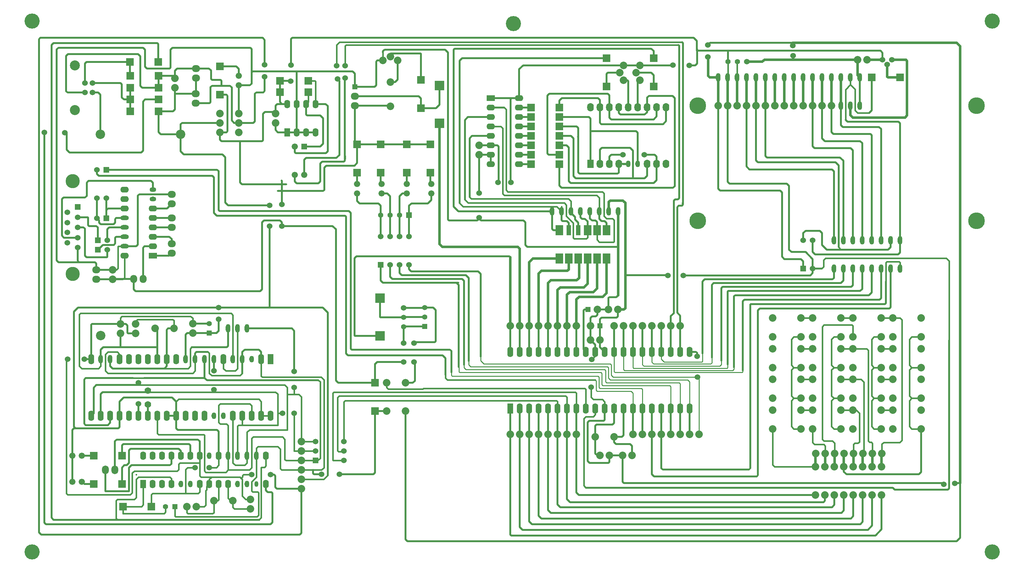
<source format=gbl>
G04 (created by PCBNEW-RS274X (2011-04-29 BZR 2986)-stable) date 10/21/2013 1:04:31 PM*
G01*
G70*
G90*
%MOIN*%
G04 Gerber Fmt 3.4, Leading zero omitted, Abs format*
%FSLAX34Y34*%
G04 APERTURE LIST*
%ADD10C,0.006000*%
%ADD11R,0.062000X0.110000*%
%ADD12O,0.062000X0.110000*%
%ADD13O,0.050000X0.070000*%
%ADD14O,0.050000X0.090000*%
%ADD15C,0.000400*%
%ADD16C,0.100000*%
%ADD17C,0.060000*%
%ADD18R,0.060000X0.060000*%
%ADD19C,0.080000*%
%ADD20R,0.080000X0.080000*%
%ADD21C,0.055000*%
%ADD22C,0.106300*%
%ADD23R,0.080000X0.110000*%
%ADD24R,0.050000X0.110000*%
%ADD25C,0.066000*%
%ADD26R,0.055000X0.055000*%
%ADD27C,0.177200*%
%ADD28O,0.070000X0.090000*%
%ADD29R,0.070000X0.090000*%
%ADD30R,0.100000X0.100000*%
%ADD31R,0.062000X0.090000*%
%ADD32O,0.062000X0.090000*%
%ADD33O,0.040000X0.060000*%
%ADD34R,0.090000X0.062000*%
%ADD35O,0.090000X0.062000*%
%ADD36O,0.070000X0.050000*%
%ADD37O,0.090000X0.050000*%
%ADD38C,0.150000*%
%ADD39O,0.072000X0.092000*%
%ADD40O,0.085000X0.075000*%
%ADD41O,0.075000X0.085000*%
%ADD42C,0.160000*%
%ADD43C,0.070000*%
%ADD44C,0.015000*%
%ADD45C,0.020000*%
%ADD46C,0.010000*%
%ADD47C,0.025000*%
G04 APERTURE END LIST*
G54D10*
G54D11*
X58440Y-51050D03*
G54D12*
X59440Y-51050D03*
X60440Y-51050D03*
X61440Y-51050D03*
X62440Y-51050D03*
X63440Y-51050D03*
X64440Y-51050D03*
X65440Y-51050D03*
X66440Y-51050D03*
X67440Y-51050D03*
X68440Y-51050D03*
X69440Y-51050D03*
X70440Y-51050D03*
X71440Y-51050D03*
X72440Y-51050D03*
X73440Y-51050D03*
X74440Y-51050D03*
X75440Y-51050D03*
X76440Y-51050D03*
X77440Y-51050D03*
X77440Y-45050D03*
X76440Y-45050D03*
X75440Y-45050D03*
X74440Y-45050D03*
X73440Y-45050D03*
X72440Y-45050D03*
X71440Y-45050D03*
X70440Y-45050D03*
X69440Y-45050D03*
X68440Y-45050D03*
X67440Y-45050D03*
X66440Y-45050D03*
X65440Y-45050D03*
X64440Y-45050D03*
X63440Y-45050D03*
X62440Y-45050D03*
X61440Y-45050D03*
X60440Y-45050D03*
X59440Y-45050D03*
X58440Y-45050D03*
G54D11*
X33035Y-45825D03*
G54D12*
X32035Y-45825D03*
G54D13*
X31035Y-45825D03*
G54D14*
X30035Y-45825D03*
X29035Y-45825D03*
G54D12*
X28035Y-45825D03*
G54D14*
X27035Y-45825D03*
X26035Y-45825D03*
X25035Y-45825D03*
X24035Y-45825D03*
G54D12*
X23035Y-45825D03*
X22035Y-45825D03*
X21035Y-45825D03*
X20035Y-45825D03*
X19035Y-45825D03*
X18035Y-45825D03*
X17035Y-45825D03*
G54D14*
X16035Y-45825D03*
X15035Y-45825D03*
G54D12*
X14035Y-45825D03*
X14035Y-51825D03*
X15035Y-51825D03*
X16035Y-51825D03*
X17035Y-51825D03*
X18035Y-51825D03*
X19035Y-51825D03*
X20035Y-51825D03*
X21035Y-51825D03*
X22035Y-51825D03*
X23035Y-51825D03*
X24035Y-51825D03*
X25035Y-51825D03*
X26035Y-51825D03*
G54D13*
X27035Y-51825D03*
X28035Y-51825D03*
G54D12*
X29035Y-51825D03*
X30035Y-51825D03*
X31035Y-51825D03*
X32035Y-51825D03*
X33035Y-51825D03*
G54D15*
X34035Y-54325D03*
G54D16*
X15035Y-43325D03*
G54D17*
X90470Y-33220D03*
X90470Y-36220D03*
G54D18*
X89470Y-36220D03*
G54D17*
X89470Y-33220D03*
G54D19*
X16310Y-37360D03*
X16310Y-36360D03*
X22900Y-17050D03*
X22900Y-16050D03*
X55120Y-24170D03*
X55120Y-23170D03*
X33560Y-20780D03*
X33560Y-19780D03*
X96220Y-14090D03*
X95220Y-14090D03*
X69845Y-40570D03*
X68845Y-40570D03*
X24785Y-43075D03*
X24785Y-42075D03*
X17120Y-42100D03*
X17120Y-43100D03*
X24160Y-61450D03*
X25160Y-61450D03*
X30910Y-60700D03*
X30910Y-61700D03*
X18720Y-42100D03*
X18720Y-43100D03*
X67940Y-43800D03*
X66940Y-43800D03*
X67920Y-56020D03*
X68920Y-56020D03*
X71320Y-56020D03*
X70320Y-56020D03*
G54D20*
X21150Y-15800D03*
X18150Y-15800D03*
X21150Y-17050D03*
X18150Y-17050D03*
G54D21*
X81490Y-14310D03*
X82498Y-14310D03*
G54D17*
X83490Y-14310D03*
G54D21*
X47130Y-42410D03*
X47130Y-41402D03*
G54D17*
X47130Y-40410D03*
X14150Y-17570D03*
X14150Y-16570D03*
X13363Y-16570D03*
X13363Y-17570D03*
G54D22*
X12300Y-19432D03*
X12300Y-14708D03*
G54D17*
X98380Y-14610D03*
X98880Y-14110D03*
X97880Y-14110D03*
G54D14*
X92720Y-36220D03*
X93720Y-36220D03*
X94720Y-36220D03*
X95720Y-36220D03*
X96720Y-36220D03*
X97720Y-36220D03*
X98720Y-36220D03*
X99720Y-36220D03*
X99720Y-33220D03*
X98720Y-33220D03*
X97720Y-33220D03*
X96720Y-33220D03*
X95720Y-33220D03*
X94720Y-33220D03*
X93720Y-33220D03*
X92720Y-33220D03*
G54D19*
X90780Y-60220D03*
X91780Y-60220D03*
X92780Y-60220D03*
X93780Y-60220D03*
X94780Y-60220D03*
X95780Y-60220D03*
X96780Y-60220D03*
X97780Y-60220D03*
X97780Y-57220D03*
X96780Y-57220D03*
X95780Y-57220D03*
X94780Y-57220D03*
X93780Y-57220D03*
X92780Y-57220D03*
X91780Y-57220D03*
X90780Y-57220D03*
G54D23*
X63620Y-35170D03*
X64620Y-35170D03*
X65620Y-35170D03*
X66620Y-35170D03*
X67620Y-35170D03*
X68620Y-35170D03*
X68620Y-32170D03*
X67620Y-32170D03*
X66620Y-32170D03*
G54D24*
X65620Y-32170D03*
X64620Y-32170D03*
G54D23*
X63620Y-32170D03*
G54D18*
X44710Y-35820D03*
G54D17*
X45710Y-35820D03*
X46710Y-35820D03*
X47710Y-35820D03*
X47710Y-32820D03*
X46710Y-32820D03*
X45710Y-32820D03*
X44710Y-32820D03*
G54D25*
X35600Y-26300D03*
X35600Y-23300D03*
G54D18*
X36600Y-23300D03*
G54D25*
X36600Y-26300D03*
G54D17*
X14640Y-28760D03*
X14640Y-25760D03*
G54D18*
X15640Y-25760D03*
G54D17*
X15640Y-28760D03*
G54D19*
X93470Y-44720D03*
X93470Y-46720D03*
X90470Y-44720D03*
X90470Y-46720D03*
X89220Y-44720D03*
X89220Y-46720D03*
X86220Y-44720D03*
X86220Y-46720D03*
X101970Y-47970D03*
X101970Y-49970D03*
X98970Y-47970D03*
X98970Y-49970D03*
X93470Y-41470D03*
X93470Y-43470D03*
X90470Y-41470D03*
X90470Y-43470D03*
X89220Y-41470D03*
X89220Y-43470D03*
X86220Y-41470D03*
X86220Y-43470D03*
X101970Y-44720D03*
X101970Y-46720D03*
X98970Y-44720D03*
X98970Y-46720D03*
X97720Y-44720D03*
X97720Y-46720D03*
X94720Y-44720D03*
X94720Y-46720D03*
X97720Y-47970D03*
X97720Y-49970D03*
X94720Y-47970D03*
X94720Y-49970D03*
X93470Y-47970D03*
X93470Y-49970D03*
X90470Y-47970D03*
X90470Y-49970D03*
X89220Y-47970D03*
X89220Y-49970D03*
X86220Y-47970D03*
X86220Y-49970D03*
X101970Y-51220D03*
X101970Y-53220D03*
X98970Y-51220D03*
X98970Y-53220D03*
X97720Y-51220D03*
X97720Y-53220D03*
X94720Y-51220D03*
X94720Y-53220D03*
X93470Y-51220D03*
X93470Y-53220D03*
X90470Y-51220D03*
X90470Y-53220D03*
X89220Y-51220D03*
X89220Y-53220D03*
X86220Y-51220D03*
X86220Y-53220D03*
X97720Y-41470D03*
X97720Y-43470D03*
X94720Y-41470D03*
X94720Y-43470D03*
X101970Y-41470D03*
X101970Y-43470D03*
X98970Y-41470D03*
X98970Y-43470D03*
X47340Y-51340D03*
X45340Y-51340D03*
X47340Y-48340D03*
X45340Y-48340D03*
X27650Y-19800D03*
X29650Y-19800D03*
X27650Y-20800D03*
X27650Y-21800D03*
X29650Y-21800D03*
X29650Y-20800D03*
X90810Y-55840D03*
X91810Y-55840D03*
X92810Y-55840D03*
X93810Y-55840D03*
X94810Y-55840D03*
X95810Y-55840D03*
X96810Y-55840D03*
X97810Y-55840D03*
X58440Y-53800D03*
X59440Y-53800D03*
X60440Y-53800D03*
X61440Y-53800D03*
X62440Y-53800D03*
X63440Y-53800D03*
X64440Y-53800D03*
X65440Y-53800D03*
X58440Y-42300D03*
X59440Y-42300D03*
X60440Y-42300D03*
X61440Y-42300D03*
X62440Y-42300D03*
X63440Y-42300D03*
X64440Y-42300D03*
X65440Y-42300D03*
G54D14*
X69870Y-30170D03*
X68870Y-30170D03*
X67870Y-30170D03*
X66870Y-30170D03*
X65870Y-30170D03*
X64870Y-30170D03*
X63870Y-30170D03*
X62870Y-30170D03*
G54D19*
X71440Y-53800D03*
X72440Y-53800D03*
X73440Y-53800D03*
X74440Y-53800D03*
X75440Y-53800D03*
X76440Y-53800D03*
X77440Y-53800D03*
X78440Y-53800D03*
X76440Y-42300D03*
X75440Y-42300D03*
X74440Y-42300D03*
X73440Y-42300D03*
X72440Y-42300D03*
X71440Y-42300D03*
X70440Y-42300D03*
X69440Y-42300D03*
X36285Y-54575D03*
X36285Y-55575D03*
X36285Y-56575D03*
X36285Y-57575D03*
X36285Y-58575D03*
X36285Y-59575D03*
G54D18*
X47710Y-30570D03*
G54D21*
X46710Y-30570D03*
X45710Y-30570D03*
X44710Y-30570D03*
G54D26*
X49380Y-42370D03*
G54D21*
X49380Y-41370D03*
X49380Y-40370D03*
G54D14*
X28535Y-42575D03*
X29535Y-42575D03*
X30535Y-42575D03*
G54D18*
X14720Y-33220D03*
G54D17*
X15720Y-33220D03*
G54D18*
X14720Y-34220D03*
G54D17*
X15720Y-34220D03*
G54D26*
X66670Y-40570D03*
G54D19*
X67670Y-40570D03*
G54D14*
X80470Y-15970D03*
X81470Y-15970D03*
X82470Y-15970D03*
X83470Y-15970D03*
X84470Y-15970D03*
X85470Y-15970D03*
X86470Y-15970D03*
X87470Y-15970D03*
X88470Y-15970D03*
X89470Y-15970D03*
X90470Y-15970D03*
X91470Y-15970D03*
X92470Y-15970D03*
X93470Y-15970D03*
X94470Y-15970D03*
X95470Y-15970D03*
G54D20*
X34020Y-16320D03*
X37020Y-16320D03*
X44090Y-48340D03*
X44090Y-51340D03*
X17285Y-59075D03*
X14285Y-59075D03*
X17285Y-56075D03*
X14285Y-56075D03*
X34020Y-17520D03*
X37020Y-17520D03*
X99720Y-15970D03*
X96720Y-15970D03*
X68620Y-16920D03*
X68620Y-13920D03*
X73620Y-16920D03*
X73620Y-13920D03*
X63620Y-25170D03*
X60620Y-25170D03*
X63620Y-24170D03*
X60620Y-24170D03*
X63620Y-23170D03*
X60620Y-23170D03*
X63620Y-22170D03*
X60620Y-22170D03*
X17410Y-61450D03*
X20410Y-61450D03*
X18120Y-14320D03*
X21120Y-14320D03*
X18150Y-19550D03*
X21150Y-19550D03*
X18150Y-18300D03*
X21150Y-18300D03*
X63620Y-21170D03*
X60620Y-21170D03*
X63620Y-19170D03*
X60620Y-19170D03*
X63620Y-20170D03*
X60620Y-20170D03*
X42210Y-23070D03*
X42210Y-26070D03*
X44710Y-23070D03*
X44710Y-26070D03*
X47460Y-23070D03*
X47460Y-26070D03*
X49960Y-23070D03*
X49960Y-26070D03*
X27650Y-17800D03*
X27650Y-14800D03*
X48970Y-16220D03*
X48970Y-19220D03*
G54D25*
X12035Y-56075D03*
X13035Y-56075D03*
X12035Y-58825D03*
X13035Y-58825D03*
X42210Y-27270D03*
X42210Y-28270D03*
X44810Y-27270D03*
X44810Y-28270D03*
X47460Y-27270D03*
X47460Y-28270D03*
X50060Y-27270D03*
X50060Y-28270D03*
X29650Y-15800D03*
X29650Y-16800D03*
G54D19*
X80470Y-18954D03*
X81470Y-18970D03*
X82470Y-18970D03*
X83470Y-18970D03*
X84470Y-18970D03*
X85470Y-18970D03*
X86470Y-18970D03*
X87470Y-18970D03*
X88470Y-18970D03*
X89470Y-18970D03*
X90470Y-18970D03*
X91470Y-18970D03*
X92470Y-18970D03*
G54D14*
X93470Y-18970D03*
X94470Y-18970D03*
X95470Y-18970D03*
G54D27*
X78305Y-18970D03*
X78305Y-31175D03*
X107832Y-18970D03*
X107832Y-31175D03*
G54D19*
X27035Y-60825D03*
X29035Y-60825D03*
X67440Y-54050D03*
X69440Y-54050D03*
X22785Y-42575D03*
X20785Y-42575D03*
G54D16*
X23510Y-22000D03*
X15010Y-22000D03*
G54D28*
X66927Y-19115D03*
X67927Y-19115D03*
X68927Y-19115D03*
X69927Y-19115D03*
X70930Y-19115D03*
X71930Y-19115D03*
X72930Y-19115D03*
X73930Y-19115D03*
G54D29*
X66917Y-25125D03*
G54D28*
X67920Y-25125D03*
X68920Y-25125D03*
X69920Y-25125D03*
G54D13*
X70920Y-25125D03*
X71920Y-25125D03*
G54D28*
X72920Y-25125D03*
X73920Y-25125D03*
X74930Y-19115D03*
X74920Y-25125D03*
G54D30*
X50920Y-16820D03*
X50920Y-20820D03*
X44630Y-39370D03*
X44630Y-43370D03*
G54D31*
X34810Y-21780D03*
G54D32*
X35810Y-21780D03*
X36810Y-21780D03*
X37810Y-21780D03*
X37810Y-18780D03*
X36810Y-18780D03*
X35810Y-18780D03*
X34810Y-18780D03*
X20535Y-59075D03*
X21535Y-59075D03*
X22535Y-59075D03*
G54D13*
X23535Y-59075D03*
X24535Y-59075D03*
G54D32*
X25535Y-59075D03*
X26535Y-59075D03*
X27535Y-59075D03*
X28535Y-59075D03*
G54D13*
X29535Y-59075D03*
X30535Y-59075D03*
G54D33*
X31535Y-59075D03*
G54D32*
X32535Y-59075D03*
G54D31*
X19535Y-59075D03*
G54D32*
X32535Y-56075D03*
G54D14*
X31535Y-56075D03*
X30535Y-56075D03*
X29535Y-56075D03*
X28535Y-56075D03*
G54D32*
X27535Y-56075D03*
G54D13*
X26535Y-56075D03*
G54D32*
X25535Y-56075D03*
X24535Y-56075D03*
X23535Y-56075D03*
X22535Y-56075D03*
X21535Y-56075D03*
X20535Y-56075D03*
X19535Y-56075D03*
G54D34*
X20560Y-34860D03*
G54D35*
X20560Y-33860D03*
X20560Y-32860D03*
X20560Y-31860D03*
X20560Y-30860D03*
X20560Y-29860D03*
G54D36*
X20560Y-28860D03*
X20560Y-27860D03*
G54D35*
X17560Y-27860D03*
X17560Y-28860D03*
X17560Y-29860D03*
G54D37*
X17560Y-30860D03*
X17560Y-31860D03*
X17560Y-32860D03*
X17560Y-33860D03*
G54D35*
X17560Y-34860D03*
G54D34*
X56370Y-18170D03*
G54D35*
X56370Y-19170D03*
X56370Y-20170D03*
X56370Y-21170D03*
X56370Y-22170D03*
X56370Y-23170D03*
X56370Y-24170D03*
X56370Y-25170D03*
X59370Y-25170D03*
X59370Y-24170D03*
X59370Y-23170D03*
X59370Y-22170D03*
X59370Y-21170D03*
X59370Y-20170D03*
X59370Y-19170D03*
X59370Y-18170D03*
G54D38*
X12050Y-26950D03*
X12050Y-36800D03*
G54D18*
X12600Y-29700D03*
G54D17*
X12600Y-30800D03*
X12600Y-31850D03*
X12600Y-32950D03*
X12600Y-34000D03*
X11500Y-30250D03*
X11500Y-31350D03*
X11500Y-32400D03*
X11500Y-33500D03*
G54D26*
X67940Y-42300D03*
G54D19*
X66940Y-42300D03*
G54D26*
X26535Y-43075D03*
G54D21*
X26535Y-42075D03*
G54D19*
X45720Y-19020D03*
X45720Y-16461D03*
G54D39*
X15535Y-57575D03*
X16535Y-57575D03*
G54D26*
X22910Y-61450D03*
G54D21*
X21910Y-61450D03*
G54D18*
X37785Y-56575D03*
G54D17*
X37785Y-55575D03*
X37785Y-54575D03*
X40785Y-56575D03*
X40785Y-55575D03*
X40785Y-54575D03*
G54D26*
X41970Y-16970D03*
G54D40*
X41970Y-17970D03*
X41970Y-18970D03*
G54D18*
X15630Y-30890D03*
G54D17*
X14630Y-30890D03*
G54D40*
X14560Y-37360D03*
X14560Y-36360D03*
X25140Y-16030D03*
X25140Y-15030D03*
X25100Y-17690D03*
X25100Y-18690D03*
X22560Y-29360D03*
X22560Y-28360D03*
X22560Y-31860D03*
X22560Y-30860D03*
G54D41*
X18520Y-37320D03*
X19520Y-37320D03*
G54D40*
X22560Y-34610D03*
X22560Y-33610D03*
G54D19*
X72167Y-16257D03*
X71773Y-15470D03*
X72167Y-14683D03*
X44933Y-14167D03*
X45720Y-13773D03*
X46507Y-14167D03*
X70417Y-16257D03*
X70023Y-15470D03*
X70417Y-14683D03*
G54D42*
X109500Y-10000D03*
X109500Y-66250D03*
X07750Y-10000D03*
X07750Y-66250D03*
X58750Y-10250D03*
G54D17*
X11220Y-21820D03*
X09050Y-21810D03*
X40320Y-58020D03*
X38420Y-58020D03*
X27035Y-49075D03*
X27035Y-47075D03*
X34285Y-51575D03*
G54D43*
X20040Y-49160D03*
X20030Y-50630D03*
G54D17*
X35535Y-51575D03*
X70370Y-24170D03*
X72620Y-24170D03*
X78230Y-45520D03*
X78250Y-47730D03*
X40120Y-16120D03*
X40020Y-14720D03*
X40920Y-16020D03*
X40920Y-14720D03*
X35530Y-47120D03*
X35530Y-48820D03*
X19035Y-48325D03*
X19035Y-50575D03*
X32410Y-14630D03*
X32410Y-15910D03*
X13285Y-45825D03*
X11535Y-45825D03*
X31035Y-58075D03*
X33035Y-58075D03*
X104350Y-59080D03*
X105520Y-58990D03*
X67070Y-45850D03*
X66990Y-48790D03*
X88370Y-12610D03*
X88400Y-13660D03*
X79360Y-12540D03*
X79380Y-13800D03*
X48220Y-44120D03*
X48220Y-46120D03*
X55120Y-28220D03*
X55120Y-30820D03*
X32920Y-29520D03*
X32920Y-31720D03*
X27540Y-40350D03*
X27540Y-41600D03*
X25035Y-57325D03*
X26535Y-57325D03*
X75680Y-14660D03*
X77410Y-14680D03*
X58490Y-27080D03*
X57130Y-27090D03*
X35200Y-14670D03*
X35180Y-16360D03*
X75130Y-36950D03*
X76760Y-36970D03*
X47120Y-44120D03*
X47120Y-46120D03*
X34220Y-31720D03*
X34220Y-29420D03*
G54D44*
X40920Y-24580D02*
X40920Y-24300D01*
X63870Y-29670D02*
X63870Y-29670D01*
X18785Y-58075D02*
X18785Y-58075D01*
G54D45*
X11420Y-21820D02*
X11220Y-21820D01*
X21150Y-18300D02*
X19740Y-18300D01*
X11720Y-23920D02*
X11420Y-23620D01*
X19320Y-23920D02*
X11720Y-23920D01*
X19520Y-23720D02*
X19320Y-23920D01*
X09230Y-63320D02*
X09910Y-63320D01*
X09070Y-63160D02*
X09230Y-63320D01*
X09070Y-21870D02*
X09070Y-63160D01*
X09120Y-21820D02*
X09070Y-21870D01*
X09720Y-63320D02*
X09910Y-63320D01*
X09910Y-63320D02*
X10100Y-63320D01*
X32535Y-59735D02*
X32535Y-59075D01*
X32720Y-59920D02*
X32535Y-59735D01*
X33120Y-59920D02*
X32720Y-59920D01*
X33220Y-60020D02*
X33120Y-59920D01*
X33220Y-63120D02*
X33220Y-60020D01*
X33020Y-63320D02*
X33220Y-63120D01*
X09720Y-63320D02*
X10100Y-63320D01*
X10100Y-63320D02*
X33020Y-63320D01*
X11420Y-23620D02*
X11420Y-21820D01*
X19740Y-18300D02*
X19520Y-18520D01*
X09050Y-21810D02*
X09120Y-21820D01*
X19520Y-18520D02*
X19520Y-23720D01*
G54D44*
X37520Y-57575D02*
X38445Y-57575D01*
X38445Y-57575D02*
X38700Y-57320D01*
X38700Y-57320D02*
X38700Y-48040D01*
X38700Y-48040D02*
X38400Y-47740D01*
X38400Y-47740D02*
X36480Y-47740D01*
X36480Y-47740D02*
X36470Y-47730D01*
X31770Y-60920D02*
X31770Y-62320D01*
X31770Y-62320D02*
X31770Y-62360D01*
X31770Y-62360D02*
X31610Y-62520D01*
X31535Y-58325D02*
X31535Y-56075D01*
X31535Y-58325D02*
X31035Y-58825D01*
X22980Y-62520D02*
X31610Y-62520D01*
X22910Y-61450D02*
X22910Y-62450D01*
X22910Y-62450D02*
X22980Y-62520D01*
X31035Y-58825D02*
X31035Y-59420D01*
X31035Y-59420D02*
X31035Y-59805D01*
X15785Y-45075D02*
X15535Y-45325D01*
X16785Y-45075D02*
X15785Y-45075D01*
G54D45*
X30035Y-45075D02*
X30035Y-45825D01*
X31785Y-44825D02*
X30285Y-44825D01*
G54D44*
X32160Y-47740D02*
X32035Y-47615D01*
G54D45*
X32035Y-45825D02*
X32035Y-45075D01*
X32035Y-45075D02*
X31785Y-44825D01*
G54D44*
X15785Y-47325D02*
X24785Y-47325D01*
X24785Y-47325D02*
X25035Y-47075D01*
X17035Y-45325D02*
X16785Y-45075D01*
X26535Y-46825D02*
X26535Y-47325D01*
X25035Y-47075D02*
X25035Y-45825D01*
X17035Y-45825D02*
X17035Y-45325D01*
X15535Y-45325D02*
X15535Y-47075D01*
X26535Y-47325D02*
X26785Y-47575D01*
X26785Y-47575D02*
X29785Y-47575D01*
X29785Y-47575D02*
X30035Y-47325D01*
G54D45*
X30035Y-47325D02*
X30035Y-45825D01*
G54D44*
X26535Y-46825D02*
X26535Y-45190D01*
G54D45*
X25035Y-45825D02*
X25035Y-45215D01*
X26405Y-45075D02*
X25175Y-45075D01*
X44090Y-51340D02*
X45340Y-51340D01*
X25175Y-45075D02*
X25035Y-45215D01*
G54D44*
X15535Y-47075D02*
X15785Y-47325D01*
X36285Y-57575D02*
X34205Y-57575D01*
X31770Y-60920D02*
X31770Y-60010D01*
X32035Y-47615D02*
X32035Y-45825D01*
X36480Y-47740D02*
X32160Y-47740D01*
X34205Y-57575D02*
X34060Y-57430D01*
X34060Y-57430D02*
X34060Y-55360D01*
X34060Y-55360D02*
X33800Y-55100D01*
X33800Y-55100D02*
X31700Y-55100D01*
X31700Y-55100D02*
X31535Y-55265D01*
X31535Y-55265D02*
X31535Y-56075D01*
X66440Y-49040D02*
X66320Y-48920D01*
X66440Y-51050D02*
X66440Y-49040D01*
X49460Y-48920D02*
X49220Y-48920D01*
X66320Y-48920D02*
X49460Y-48920D01*
G54D45*
X44090Y-57850D02*
X43920Y-58020D01*
X43920Y-58020D02*
X40320Y-58020D01*
X38420Y-58020D02*
X37620Y-58020D01*
X37620Y-58020D02*
X37520Y-57920D01*
X37520Y-57920D02*
X37520Y-57575D01*
X44090Y-51340D02*
X44090Y-57850D01*
G54D44*
X26520Y-45190D02*
X26405Y-45075D01*
X26535Y-45190D02*
X26520Y-45190D01*
X45340Y-48820D02*
X45500Y-48980D01*
G54D45*
X30285Y-44825D02*
X30035Y-45075D01*
G54D44*
X31140Y-59910D02*
X31035Y-59805D01*
X31670Y-59910D02*
X31140Y-59910D01*
X31770Y-60010D02*
X31670Y-59910D01*
X31035Y-59805D02*
X31035Y-59425D01*
X31040Y-59420D02*
X31035Y-59420D01*
X31035Y-59425D02*
X31040Y-59420D01*
X49460Y-48920D02*
X49220Y-48920D01*
X49220Y-48920D02*
X49160Y-48980D01*
X49160Y-48980D02*
X48920Y-48980D01*
X45340Y-48340D02*
X45340Y-48820D01*
X49160Y-48980D02*
X49220Y-48920D01*
X45500Y-48980D02*
X48910Y-48980D01*
X48910Y-48980D02*
X49160Y-48980D01*
X36285Y-57575D02*
X37520Y-57575D01*
G54D45*
X24730Y-47825D02*
X19640Y-47825D01*
X25895Y-47825D02*
X24730Y-47825D01*
G54D44*
X28370Y-52690D02*
X27710Y-52690D01*
X27710Y-52690D02*
X27535Y-52515D01*
X28535Y-56075D02*
X28535Y-52855D01*
X31035Y-51825D02*
X31035Y-50775D01*
X27535Y-50725D02*
X27535Y-52515D01*
X37785Y-56575D02*
X36285Y-56575D01*
G54D45*
X13445Y-52825D02*
X13285Y-52665D01*
X16035Y-52575D02*
X15785Y-52825D01*
X16035Y-51825D02*
X16035Y-52575D01*
X15785Y-52825D02*
X13445Y-52825D01*
X13285Y-47985D02*
X13445Y-47825D01*
X13285Y-52665D02*
X13285Y-47985D01*
G54D44*
X18460Y-47825D02*
X19640Y-47825D01*
X31035Y-50775D02*
X30835Y-50575D01*
X31035Y-54245D02*
X31205Y-54075D01*
X31035Y-57325D02*
X31035Y-55325D01*
X26400Y-57820D02*
X26400Y-57825D01*
X26180Y-57820D02*
X26400Y-57820D01*
X26035Y-57675D02*
X26180Y-57820D01*
G54D45*
X25895Y-47825D02*
X26035Y-47825D01*
X26035Y-47825D02*
X26035Y-45825D01*
G54D44*
X26035Y-53900D02*
X26035Y-57075D01*
X25960Y-53825D02*
X26035Y-53900D01*
X21150Y-53825D02*
X25960Y-53825D01*
X21035Y-53710D02*
X21150Y-53825D01*
X28535Y-57575D02*
X28535Y-56075D01*
X28285Y-57825D02*
X28535Y-57575D01*
X26400Y-57825D02*
X28285Y-57825D01*
X28535Y-57575D02*
X30785Y-57575D01*
X30785Y-57575D02*
X31035Y-57325D01*
X31205Y-54075D02*
X34285Y-54075D01*
X30835Y-50575D02*
X27685Y-50575D01*
X34535Y-54325D02*
X34535Y-56455D01*
X26035Y-57460D02*
X26035Y-57675D01*
X31035Y-55325D02*
X31035Y-54245D01*
X34285Y-54075D02*
X34535Y-54325D01*
X37785Y-56575D02*
X38035Y-56575D01*
X38285Y-56325D02*
X38285Y-48245D01*
X38285Y-48245D02*
X38115Y-48075D01*
G54D45*
X18460Y-47825D02*
X13445Y-47825D01*
X26285Y-48075D02*
X26035Y-47825D01*
G54D44*
X38035Y-56575D02*
X38285Y-56325D01*
X26035Y-57075D02*
X26035Y-57460D01*
X27685Y-50575D02*
X27535Y-50725D01*
X21035Y-51825D02*
X21035Y-53710D01*
X28535Y-57575D02*
X28535Y-57575D01*
X34655Y-56575D02*
X34535Y-56455D01*
X36285Y-56575D02*
X34655Y-56575D01*
X28535Y-52855D02*
X28370Y-52690D01*
G54D45*
X38115Y-48075D02*
X26285Y-48075D01*
G54D46*
X69020Y-48020D02*
X69420Y-48020D01*
X68720Y-46620D02*
X67720Y-46620D01*
X68820Y-46720D02*
X68720Y-46620D01*
X68820Y-47620D02*
X68820Y-46720D01*
X69020Y-48020D02*
X68820Y-47820D01*
X54020Y-46420D02*
X54020Y-46220D01*
X54020Y-46220D02*
X54020Y-46025D01*
G54D45*
X54020Y-37220D02*
X53720Y-36920D01*
X53720Y-36920D02*
X46920Y-36920D01*
X46920Y-36920D02*
X46710Y-36710D01*
X46710Y-36710D02*
X46710Y-35820D01*
G54D46*
X67720Y-46620D02*
X54220Y-46620D01*
X54220Y-46620D02*
X54020Y-46420D01*
X77440Y-51050D02*
X77440Y-48240D01*
X77440Y-48240D02*
X77220Y-48020D01*
G54D45*
X77440Y-51050D02*
X77440Y-53800D01*
G54D46*
X68820Y-47620D02*
X68820Y-47820D01*
X68920Y-47920D02*
X69020Y-48020D01*
X68820Y-47820D02*
X68920Y-47920D01*
X77220Y-48020D02*
X69420Y-48020D01*
G54D45*
X54020Y-46025D02*
X54020Y-37220D01*
X17435Y-54825D02*
X17900Y-54825D01*
X17900Y-54825D02*
X24385Y-54825D01*
X17285Y-54975D02*
X17435Y-54825D01*
X24385Y-54825D02*
X24535Y-54975D01*
X24535Y-54975D02*
X24535Y-56075D01*
X17285Y-56075D02*
X17285Y-54975D01*
X18035Y-56825D02*
X18035Y-55485D01*
X17285Y-57325D02*
X17535Y-57075D01*
X17785Y-57075D02*
X18035Y-56825D01*
X23535Y-55575D02*
X23285Y-55325D01*
X23535Y-56075D02*
X23535Y-55575D01*
X17535Y-57075D02*
X17785Y-57075D01*
X17285Y-57325D02*
X17285Y-59075D01*
X23285Y-55325D02*
X18195Y-55325D01*
X18195Y-55325D02*
X18035Y-55485D01*
X22535Y-56915D02*
X22535Y-56075D01*
X22375Y-57075D02*
X22535Y-56915D01*
X18035Y-57825D02*
X18035Y-59825D01*
X18035Y-57575D02*
X18035Y-57825D01*
X18035Y-59825D02*
X15535Y-59825D01*
X15535Y-57575D02*
X15535Y-59825D01*
X18035Y-57325D02*
X18285Y-57075D01*
X18035Y-57575D02*
X18035Y-57325D01*
X18285Y-57075D02*
X21480Y-57075D01*
X21480Y-57075D02*
X22375Y-57075D01*
G54D44*
X32400Y-57280D02*
X32080Y-57280D01*
X32035Y-57325D02*
X32035Y-57755D01*
X32535Y-57145D02*
X32400Y-57280D01*
X32035Y-57325D02*
X32035Y-57755D01*
X16660Y-62680D02*
X16660Y-62350D01*
X31880Y-62800D02*
X31830Y-62850D01*
X32035Y-59550D02*
X32035Y-62340D01*
X32035Y-57755D02*
X32035Y-59550D01*
X31880Y-62800D02*
X32035Y-62645D01*
X32535Y-56075D02*
X32535Y-57145D01*
G54D45*
X09820Y-62640D02*
X09820Y-62000D01*
X21120Y-14320D02*
X21120Y-12420D01*
X21120Y-12420D02*
X21020Y-12320D01*
X21020Y-12320D02*
X10030Y-12320D01*
X10030Y-12320D02*
X09820Y-12530D01*
X09820Y-12530D02*
X09820Y-62000D01*
G54D44*
X32035Y-62345D02*
X32030Y-62340D01*
X32030Y-62340D02*
X32035Y-62340D01*
G54D45*
X31830Y-62850D02*
X22650Y-62850D01*
X22650Y-62850D02*
X22220Y-62850D01*
X19330Y-62850D02*
X10030Y-62850D01*
X22220Y-62850D02*
X19330Y-62850D01*
G54D44*
X22535Y-59075D02*
X22535Y-58540D01*
X16660Y-62070D02*
X16660Y-62680D01*
G54D45*
X09820Y-62000D02*
X09820Y-62220D01*
G54D44*
X19035Y-58325D02*
X22355Y-58325D01*
X18785Y-58575D02*
X19035Y-58325D01*
X16660Y-60840D02*
X16660Y-61580D01*
X16800Y-60700D02*
X16660Y-60840D01*
X18785Y-60510D02*
X18595Y-60700D01*
X18785Y-58575D02*
X18785Y-60510D01*
X18595Y-60700D02*
X16800Y-60700D01*
X32080Y-57280D02*
X32035Y-57325D01*
X16660Y-61580D02*
X16660Y-62070D01*
X16660Y-62350D02*
X16660Y-62070D01*
X22535Y-58540D02*
X22535Y-58505D01*
X22535Y-58505D02*
X22355Y-58325D01*
X16660Y-62680D02*
X16800Y-62820D01*
X16800Y-62820D02*
X16660Y-62680D01*
X16660Y-62680D02*
X16660Y-62350D01*
X32035Y-62645D02*
X32035Y-62345D01*
X16830Y-62850D02*
X16660Y-62680D01*
X19330Y-62850D02*
X16830Y-62850D01*
G54D45*
X10030Y-62850D02*
X09820Y-62640D01*
G54D44*
X28035Y-45825D02*
X28035Y-46825D01*
X28285Y-47075D02*
X29285Y-47075D01*
X29535Y-46825D02*
X29535Y-42575D01*
X29285Y-47075D02*
X29535Y-46825D01*
X28035Y-46825D02*
X28285Y-47075D01*
X20040Y-49160D02*
X20040Y-49325D01*
X30110Y-52825D02*
X29645Y-52825D01*
X27035Y-49325D02*
X33575Y-49325D01*
X29535Y-52935D02*
X29535Y-56075D01*
X30110Y-52825D02*
X30035Y-52825D01*
X33785Y-52825D02*
X30110Y-52825D01*
G54D45*
X27035Y-47075D02*
X27035Y-45825D01*
X15035Y-49515D02*
X15225Y-49325D01*
G54D44*
X36285Y-55575D02*
X35535Y-55575D01*
X37785Y-55575D02*
X36285Y-55575D01*
X33785Y-51575D02*
X33785Y-52825D01*
X34285Y-51575D02*
X33785Y-51575D01*
X30035Y-52825D02*
X30035Y-51825D01*
X35535Y-55575D02*
X35535Y-51575D01*
X20040Y-49325D02*
X27035Y-49325D01*
X33785Y-49660D02*
X33785Y-49535D01*
X33785Y-49535D02*
X33575Y-49325D01*
X27035Y-49325D02*
X27035Y-49075D01*
G54D45*
X20035Y-51825D02*
X20035Y-50635D01*
G54D44*
X20035Y-50635D02*
X20030Y-50630D01*
G54D45*
X15035Y-51825D02*
X15035Y-49515D01*
G54D44*
X33785Y-49660D02*
X33785Y-51575D01*
X29645Y-52825D02*
X29535Y-52935D01*
G54D45*
X15225Y-49325D02*
X20040Y-49325D01*
X72680Y-19910D02*
X72570Y-19910D01*
X72930Y-19660D02*
X72680Y-19910D01*
X69927Y-19115D02*
X69927Y-19737D01*
X69927Y-19737D02*
X70100Y-19910D01*
X70100Y-19910D02*
X72135Y-19910D01*
X72135Y-19910D02*
X72570Y-19910D01*
X72930Y-18110D02*
X72930Y-19115D01*
X72930Y-19115D02*
X72930Y-19660D01*
X75620Y-17920D02*
X73120Y-17920D01*
X72780Y-27670D02*
X75680Y-27670D01*
X63870Y-27670D02*
X72780Y-27670D01*
X63620Y-27420D02*
X63870Y-27670D01*
X75870Y-18170D02*
X75620Y-17920D01*
X75680Y-27670D02*
X75870Y-27480D01*
X73120Y-17920D02*
X72930Y-18110D01*
X75870Y-27480D02*
X75870Y-18170D01*
X63620Y-25170D02*
X63620Y-27420D01*
X42120Y-34920D02*
X41920Y-35120D01*
X58320Y-34920D02*
X42120Y-34920D01*
X58440Y-35040D02*
X58320Y-34920D01*
X58440Y-45050D02*
X58440Y-42300D01*
X41920Y-43220D02*
X41920Y-43320D01*
G54D47*
X58440Y-42300D02*
X58440Y-35040D01*
G54D45*
X41920Y-43320D02*
X41970Y-43370D01*
X41970Y-43370D02*
X44630Y-43370D01*
X41920Y-35120D02*
X41920Y-43220D01*
G54D47*
X59440Y-34140D02*
X59220Y-33920D01*
X59440Y-42300D02*
X59440Y-34140D01*
G54D45*
X59440Y-42300D02*
X59440Y-45050D01*
G54D47*
X50920Y-33620D02*
X50920Y-20820D01*
X51220Y-33920D02*
X50920Y-33620D01*
X59220Y-33920D02*
X51220Y-33920D01*
X60440Y-42300D02*
X60440Y-35550D01*
G54D45*
X60440Y-45050D02*
X60440Y-42300D01*
G54D47*
X60820Y-35170D02*
X63620Y-35170D01*
X60440Y-35550D02*
X60820Y-35170D01*
X64620Y-36320D02*
X64620Y-35170D01*
X64470Y-36470D02*
X64620Y-36320D01*
X61720Y-36470D02*
X64470Y-36470D01*
G54D45*
X61440Y-42300D02*
X61440Y-45050D01*
G54D47*
X61440Y-42300D02*
X61440Y-36750D01*
X61440Y-36750D02*
X61720Y-36470D01*
X65470Y-37470D02*
X65720Y-37220D01*
X62720Y-37470D02*
X65470Y-37470D01*
X62440Y-42300D02*
X62440Y-37750D01*
G54D45*
X62440Y-45050D02*
X62440Y-42300D01*
G54D47*
X65720Y-37220D02*
X65720Y-35270D01*
X62440Y-37750D02*
X62720Y-37470D01*
G54D45*
X65720Y-35270D02*
X65620Y-35170D01*
G54D47*
X63720Y-38220D02*
X66220Y-38220D01*
X66220Y-38220D02*
X66620Y-37820D01*
G54D45*
X63440Y-42300D02*
X63440Y-45050D01*
G54D47*
X63440Y-42300D02*
X63440Y-38500D01*
X66620Y-37820D02*
X66620Y-35170D01*
X63440Y-38500D02*
X63720Y-38220D01*
X67220Y-38720D02*
X64720Y-38720D01*
G54D45*
X64440Y-45050D02*
X64440Y-42300D01*
G54D47*
X64440Y-39000D02*
X64440Y-42300D01*
X67620Y-38320D02*
X67220Y-38720D01*
X64720Y-38720D02*
X64440Y-39000D01*
X67620Y-35170D02*
X67620Y-38320D01*
X65440Y-42300D02*
X65440Y-39500D01*
G54D45*
X65440Y-42300D02*
X65440Y-45050D01*
G54D47*
X68220Y-39220D02*
X68620Y-38820D01*
X68620Y-38820D02*
X68620Y-35170D01*
X65720Y-39220D02*
X68220Y-39220D01*
X65440Y-39500D02*
X65720Y-39220D01*
G54D45*
X94780Y-61920D02*
X94780Y-62460D01*
X94780Y-62460D02*
X94520Y-62720D01*
X94780Y-60220D02*
X94780Y-61920D01*
X94520Y-62720D02*
X61720Y-62720D01*
X61440Y-51050D02*
X61440Y-53800D01*
X61720Y-62720D02*
X61440Y-62440D01*
X61440Y-62440D02*
X61440Y-53800D01*
X95520Y-63320D02*
X95780Y-63060D01*
X95780Y-63060D02*
X95780Y-60220D01*
X60440Y-53800D02*
X60440Y-63040D01*
X60720Y-63320D02*
X95520Y-63320D01*
X60440Y-63040D02*
X60720Y-63320D01*
X60440Y-51050D02*
X60440Y-53800D01*
X63620Y-24170D02*
X62510Y-24170D01*
X68927Y-19115D02*
X68927Y-17847D01*
X62510Y-24170D02*
X62370Y-24030D01*
X62370Y-24030D02*
X62370Y-17900D01*
X62580Y-17690D02*
X68770Y-17690D01*
X73930Y-20110D02*
X73930Y-19115D01*
X68927Y-20227D02*
X69120Y-20420D01*
X69120Y-20420D02*
X73620Y-20420D01*
X68927Y-19115D02*
X68927Y-20227D01*
X62370Y-17900D02*
X62580Y-17690D01*
X73620Y-20420D02*
X73930Y-20110D01*
X68927Y-17847D02*
X68770Y-17690D01*
X64840Y-27170D02*
X73620Y-27170D01*
X73920Y-24350D02*
X73920Y-25125D01*
X64620Y-24670D02*
X64620Y-26950D01*
X64620Y-23530D02*
X64620Y-24670D01*
X64620Y-26950D02*
X64840Y-27170D01*
X73620Y-27170D02*
X73920Y-26870D01*
X64620Y-23380D02*
X64620Y-23530D01*
X63620Y-23170D02*
X64410Y-23170D01*
X70370Y-24170D02*
X69120Y-24170D01*
X73700Y-24170D02*
X73740Y-24170D01*
X68920Y-24370D02*
X68920Y-25125D01*
X73740Y-24170D02*
X73920Y-24350D01*
X69120Y-24170D02*
X68920Y-24370D01*
X64410Y-23170D02*
X64620Y-23380D01*
X73920Y-25125D02*
X73920Y-26870D01*
X73700Y-24170D02*
X72620Y-24170D01*
X71420Y-23720D02*
X71120Y-23420D01*
X71420Y-26670D02*
X71420Y-23720D01*
X72650Y-26670D02*
X72920Y-26400D01*
X72920Y-26400D02*
X72920Y-25125D01*
X72920Y-25125D02*
X72920Y-26400D01*
X72560Y-26650D02*
X72560Y-26670D01*
X72920Y-26400D02*
X72670Y-26650D01*
X72670Y-26650D02*
X72560Y-26650D01*
X65120Y-22420D02*
X64870Y-22170D01*
X72560Y-26670D02*
X72370Y-26670D01*
X72370Y-26670D02*
X71420Y-26670D01*
X71420Y-26670D02*
X65370Y-26670D01*
X64870Y-22170D02*
X63620Y-22170D01*
G54D44*
X71120Y-23420D02*
X70840Y-23420D01*
G54D45*
X65370Y-26670D02*
X65120Y-26420D01*
X72370Y-26670D02*
X72650Y-26670D01*
X68120Y-23420D02*
X67920Y-23620D01*
G54D44*
X71370Y-23670D02*
X71120Y-23420D01*
X72920Y-25870D02*
X72920Y-25620D01*
G54D45*
X70840Y-23420D02*
X68120Y-23420D01*
X71120Y-23420D02*
X70840Y-23420D01*
X67920Y-25125D02*
X67920Y-23620D01*
X72920Y-25620D02*
X72920Y-25125D01*
X65120Y-26420D02*
X65120Y-22420D01*
X65620Y-22260D02*
X65610Y-22270D01*
X63620Y-21170D02*
X65460Y-21170D01*
X65620Y-22270D02*
X65620Y-25870D01*
G54D44*
X70875Y-25170D02*
X70920Y-25125D01*
X70370Y-25170D02*
X70875Y-25170D01*
X70370Y-25170D02*
X70325Y-25125D01*
X70325Y-25125D02*
X69920Y-25125D01*
G54D45*
X65460Y-21170D02*
X65620Y-21330D01*
X70920Y-25125D02*
X69920Y-25125D01*
X69800Y-26170D02*
X69600Y-26170D01*
X65620Y-21330D02*
X65620Y-22260D01*
X69920Y-26050D02*
X69800Y-26170D01*
X66160Y-26170D02*
X69600Y-26170D01*
X69920Y-25125D02*
X69920Y-26050D01*
X65620Y-26040D02*
X65750Y-26170D01*
X65750Y-26170D02*
X66160Y-26170D01*
X65620Y-25870D02*
X65620Y-26040D01*
X65610Y-22270D02*
X65620Y-22270D01*
X63890Y-18160D02*
X63620Y-18430D01*
X67740Y-18160D02*
X63890Y-18160D01*
X67927Y-18347D02*
X67740Y-18160D01*
X68070Y-20920D02*
X74620Y-20920D01*
X67927Y-20777D02*
X68070Y-20920D01*
X67927Y-20113D02*
X67927Y-20777D01*
X67927Y-20113D02*
X67927Y-19115D01*
X74930Y-20610D02*
X74930Y-19115D01*
X74620Y-20920D02*
X74930Y-20610D01*
X67927Y-19115D02*
X67927Y-18347D01*
X63620Y-18430D02*
X63620Y-19170D01*
G54D44*
X66917Y-21670D02*
X66917Y-25125D01*
G54D45*
X66917Y-20327D02*
X66917Y-25125D01*
X71920Y-21830D02*
X71920Y-25125D01*
X71760Y-21670D02*
X71920Y-21830D01*
X63620Y-20170D02*
X66760Y-20170D01*
X66760Y-20170D02*
X66917Y-20327D01*
X66917Y-21670D02*
X71760Y-21670D01*
X36900Y-20000D02*
X36810Y-19910D01*
X36810Y-19910D02*
X36810Y-18780D01*
X36600Y-23300D02*
X38300Y-23300D01*
X38600Y-20300D02*
X38300Y-20000D01*
X38600Y-23000D02*
X38600Y-20300D01*
X38300Y-23300D02*
X38600Y-23000D01*
G54D44*
X37020Y-17520D02*
X37020Y-18570D01*
X37020Y-18570D02*
X36810Y-18780D01*
G54D45*
X38300Y-20000D02*
X36900Y-20000D01*
X35600Y-23900D02*
X35600Y-23300D01*
X35700Y-24000D02*
X35600Y-23900D01*
X38900Y-24000D02*
X35700Y-24000D01*
X39100Y-23800D02*
X38900Y-24000D01*
X39100Y-19000D02*
X39100Y-23800D01*
X38880Y-18780D02*
X39100Y-19000D01*
G54D44*
X37020Y-16320D02*
X37720Y-16320D01*
X37720Y-16320D02*
X37810Y-16410D01*
X37810Y-16410D02*
X37810Y-18780D01*
G54D45*
X37810Y-18780D02*
X38880Y-18780D01*
X84530Y-58260D02*
X73670Y-58260D01*
X73670Y-58260D02*
X73440Y-58030D01*
X73440Y-58030D02*
X73440Y-53800D01*
X84680Y-40650D02*
X84680Y-58110D01*
X98720Y-40330D02*
X98590Y-40460D01*
X98590Y-40460D02*
X84870Y-40460D01*
X98720Y-36220D02*
X98720Y-40330D01*
X73440Y-53800D02*
X73440Y-51050D01*
X84870Y-40460D02*
X84680Y-40650D01*
G54D44*
X84680Y-58110D02*
X84530Y-58260D01*
G54D46*
X98220Y-37695D02*
X98220Y-37770D01*
G54D45*
X74440Y-51050D02*
X74440Y-53800D01*
G54D46*
X98220Y-37770D02*
X98195Y-37795D01*
X74470Y-54845D02*
X74440Y-54815D01*
G54D44*
X99630Y-35490D02*
X98330Y-35490D01*
G54D46*
X74440Y-54815D02*
X74440Y-53800D01*
G54D44*
X98220Y-35600D02*
X98220Y-35720D01*
G54D45*
X98220Y-39910D02*
X98120Y-40010D01*
G54D44*
X98220Y-35720D02*
X98220Y-37580D01*
X99720Y-35580D02*
X99630Y-35490D01*
G54D45*
X98120Y-40010D02*
X83910Y-40010D01*
G54D44*
X83910Y-40010D02*
X83880Y-40040D01*
G54D45*
X83880Y-40040D02*
X83880Y-57360D01*
G54D44*
X83880Y-57360D02*
X83710Y-57530D01*
G54D45*
X83710Y-57530D02*
X74590Y-57530D01*
X74590Y-57530D02*
X74440Y-57380D01*
X74440Y-57380D02*
X74440Y-53800D01*
G54D44*
X99720Y-36220D02*
X99720Y-35580D01*
G54D45*
X98220Y-37580D02*
X98220Y-39910D01*
G54D44*
X98330Y-35490D02*
X98220Y-35600D01*
G54D46*
X98220Y-37580D02*
X98220Y-37695D01*
G54D44*
X86470Y-18970D02*
X86470Y-18470D01*
X86470Y-18470D02*
X86470Y-18970D01*
G54D47*
X86470Y-15970D02*
X86470Y-18970D01*
X87470Y-15970D02*
X87470Y-18970D01*
X88470Y-15970D02*
X88470Y-18970D01*
X89470Y-15970D02*
X89470Y-18970D01*
G54D45*
X64440Y-60670D02*
X64440Y-53800D01*
X64760Y-60990D02*
X64440Y-60670D01*
X91620Y-60990D02*
X64760Y-60990D01*
X91780Y-60830D02*
X91620Y-60990D01*
G54D44*
X40300Y-49720D02*
X40120Y-49900D01*
G54D45*
X64440Y-53800D02*
X64440Y-51050D01*
G54D44*
X40120Y-52320D02*
X40120Y-55520D01*
X64440Y-49860D02*
X64300Y-49720D01*
G54D45*
X91780Y-60220D02*
X91780Y-60830D01*
G54D46*
X40740Y-55620D02*
X40785Y-55575D01*
G54D44*
X40220Y-55620D02*
X40740Y-55620D01*
X40120Y-49900D02*
X40120Y-52320D01*
G54D46*
X40120Y-52320D02*
X40120Y-52320D01*
G54D44*
X40120Y-55520D02*
X40220Y-55620D01*
X64440Y-51050D02*
X64440Y-49860D01*
X64300Y-49720D02*
X40300Y-49720D01*
G54D45*
X63720Y-61520D02*
X63440Y-61240D01*
X92520Y-61520D02*
X63720Y-61520D01*
X92780Y-61260D02*
X92520Y-61520D01*
G54D44*
X63320Y-50220D02*
X40920Y-50220D01*
X40920Y-50220D02*
X40785Y-50355D01*
G54D45*
X63440Y-61240D02*
X63440Y-53800D01*
X92780Y-60220D02*
X92780Y-61260D01*
X63440Y-51050D02*
X63440Y-53800D01*
G54D44*
X63440Y-51050D02*
X63440Y-50340D01*
X40785Y-50355D02*
X40785Y-54575D01*
X63440Y-50340D02*
X63320Y-50220D01*
G54D45*
X45710Y-37110D02*
X45920Y-37320D01*
X76440Y-53800D02*
X76440Y-51050D01*
G54D46*
X53520Y-46420D02*
X53520Y-46720D01*
X53520Y-46720D02*
X53720Y-46920D01*
X53720Y-46920D02*
X54020Y-46920D01*
X68520Y-47420D02*
X68520Y-47020D01*
X53720Y-46920D02*
X53520Y-46720D01*
X68420Y-46920D02*
X54020Y-46920D01*
X54020Y-46920D02*
X53720Y-46920D01*
X68520Y-47020D02*
X68420Y-46920D01*
X53520Y-46720D02*
X53520Y-46620D01*
X68620Y-48320D02*
X68920Y-48320D01*
X68520Y-48220D02*
X68620Y-48320D01*
X68520Y-47420D02*
X68520Y-48220D01*
X68920Y-48320D02*
X76320Y-48320D01*
X76320Y-48320D02*
X76440Y-48440D01*
X76440Y-51050D02*
X76440Y-48440D01*
G54D45*
X53320Y-37320D02*
X53520Y-37520D01*
X53520Y-37520D02*
X53520Y-46420D01*
G54D46*
X53520Y-46420D02*
X53520Y-46620D01*
X53520Y-46620D02*
X53520Y-46720D01*
G54D45*
X45710Y-35820D02*
X45710Y-37110D01*
X48120Y-37320D02*
X52650Y-37320D01*
X52650Y-37320D02*
X53120Y-37320D01*
X53120Y-37320D02*
X53320Y-37320D01*
X45920Y-37320D02*
X48120Y-37320D01*
G54D46*
X53235Y-47220D02*
X53045Y-47220D01*
X52985Y-46535D02*
X52975Y-46535D01*
X52985Y-47160D02*
X52985Y-46535D01*
X53045Y-47220D02*
X52985Y-47160D01*
G54D45*
X52745Y-37720D02*
X52745Y-37730D01*
X52745Y-37730D02*
X52975Y-37960D01*
X52975Y-37960D02*
X52975Y-46535D01*
X52975Y-46535D02*
X52975Y-46660D01*
G54D46*
X53220Y-47220D02*
X53235Y-47220D01*
X53235Y-47220D02*
X68020Y-47220D01*
X68020Y-47220D02*
X68120Y-47320D01*
X75340Y-48620D02*
X68220Y-48620D01*
G54D45*
X44710Y-37510D02*
X44710Y-35820D01*
X44920Y-37720D02*
X44710Y-37510D01*
X52745Y-37720D02*
X44920Y-37720D01*
X75440Y-51050D02*
X75440Y-53800D01*
G54D46*
X68120Y-47320D02*
X68120Y-48520D01*
X68120Y-48520D02*
X68220Y-48620D01*
X75440Y-48720D02*
X75340Y-48620D01*
X75440Y-51050D02*
X75440Y-48720D01*
G54D45*
X52920Y-37720D02*
X52745Y-37720D01*
X55305Y-36805D02*
X55020Y-36520D01*
G54D46*
X55305Y-45995D02*
X55310Y-45995D01*
X55825Y-46315D02*
X55825Y-46320D01*
X55630Y-46315D02*
X55825Y-46315D01*
X55310Y-45995D02*
X55630Y-46315D01*
G54D45*
X78230Y-45170D02*
X78230Y-45520D01*
X78110Y-45050D02*
X78230Y-45170D01*
G54D46*
X69120Y-46520D02*
X69120Y-46420D01*
X69020Y-46320D02*
X69120Y-46420D01*
X69320Y-47730D02*
X69330Y-47730D01*
X78250Y-47730D02*
X78440Y-47920D01*
X78440Y-47920D02*
X78440Y-53800D01*
G54D45*
X77440Y-45050D02*
X78110Y-45050D01*
G54D46*
X47710Y-36310D02*
X47720Y-36320D01*
G54D45*
X47720Y-36320D02*
X47920Y-36520D01*
X47920Y-36520D02*
X55020Y-36520D01*
X55020Y-36520D02*
X55305Y-36805D01*
G54D46*
X55305Y-45560D02*
X55305Y-45995D01*
G54D45*
X47710Y-35820D02*
X47710Y-36310D01*
G54D46*
X69020Y-46320D02*
X55825Y-46320D01*
X69120Y-46420D02*
X69020Y-46320D01*
X78250Y-47730D02*
X69320Y-47730D01*
X69330Y-47730D02*
X69120Y-47520D01*
X69120Y-47520D02*
X69120Y-46520D01*
G54D45*
X55305Y-45560D02*
X55305Y-36805D01*
X44662Y-41402D02*
X47130Y-41402D01*
X44630Y-39370D02*
X44630Y-41370D01*
X47162Y-41370D02*
X47130Y-41402D01*
X49380Y-41370D02*
X47162Y-41370D01*
X44630Y-41370D02*
X44662Y-41402D01*
X50570Y-19220D02*
X50920Y-18870D01*
X41970Y-17970D02*
X48720Y-17970D01*
X48720Y-17970D02*
X48920Y-18170D01*
X48920Y-18170D02*
X48970Y-18220D01*
X48970Y-18220D02*
X48970Y-19220D01*
X48970Y-19220D02*
X50570Y-19220D01*
X50920Y-18870D02*
X50920Y-16820D01*
X63000Y-32170D02*
X63620Y-32170D01*
X52530Y-12920D02*
X52430Y-13020D01*
X73370Y-12920D02*
X73620Y-13170D01*
X52430Y-13020D02*
X52430Y-16680D01*
X52430Y-29660D02*
X52430Y-16680D01*
X62870Y-32040D02*
X63000Y-32170D01*
X67400Y-12920D02*
X73370Y-12920D01*
G54D44*
X66870Y-12920D02*
X67400Y-12920D01*
G54D45*
X73620Y-13920D02*
X73620Y-13170D01*
X67400Y-12920D02*
X52530Y-12920D01*
X52940Y-30170D02*
X52430Y-29660D01*
X62870Y-30170D02*
X54120Y-30170D01*
X62870Y-30170D02*
X62870Y-32040D01*
X54120Y-30170D02*
X52940Y-30170D01*
X64420Y-31210D02*
X64620Y-31410D01*
X63980Y-31210D02*
X64420Y-31210D01*
X63870Y-31100D02*
X63980Y-31210D01*
X53050Y-17370D02*
X53050Y-14210D01*
X53340Y-13920D02*
X68620Y-13920D01*
X53050Y-14210D02*
X53340Y-13920D01*
X53050Y-29280D02*
X53050Y-17370D01*
G54D44*
X63870Y-30170D02*
X63620Y-29920D01*
X63620Y-29920D02*
X63370Y-29670D01*
G54D45*
X63870Y-30170D02*
X63870Y-31100D01*
G54D44*
X63370Y-29670D02*
X53440Y-29670D01*
X53440Y-29670D02*
X53050Y-29280D01*
G54D45*
X64620Y-31410D02*
X64620Y-32170D01*
X65300Y-31040D02*
X65620Y-31360D01*
X64870Y-30330D02*
X65300Y-30760D01*
X64870Y-30170D02*
X64870Y-30330D01*
G54D44*
X54290Y-28840D02*
X64610Y-28840D01*
X54120Y-28670D02*
X54290Y-28840D01*
X64610Y-28840D02*
X64870Y-29100D01*
G54D45*
X54120Y-22420D02*
X54120Y-28670D01*
G54D44*
X64870Y-29100D02*
X64870Y-30170D01*
G54D45*
X54370Y-22170D02*
X54120Y-22420D01*
X56370Y-22170D02*
X54370Y-22170D01*
X65620Y-31360D02*
X65620Y-32170D01*
X65300Y-30760D02*
X65300Y-31040D01*
X66620Y-31240D02*
X66620Y-32170D01*
X66340Y-30960D02*
X66620Y-31240D01*
X66020Y-30960D02*
X66340Y-30960D01*
X65870Y-30810D02*
X66020Y-30960D01*
G54D44*
X64370Y-29480D02*
X64370Y-30650D01*
X66620Y-32940D02*
X66620Y-32170D01*
X53960Y-29260D02*
X64150Y-29260D01*
X66510Y-33050D02*
X66620Y-32940D01*
X65110Y-31390D02*
X64370Y-30650D01*
G54D45*
X65870Y-30170D02*
X65870Y-30810D01*
G54D44*
X65110Y-32950D02*
X65210Y-33050D01*
G54D45*
X56370Y-20170D02*
X53930Y-20170D01*
G54D44*
X65210Y-33050D02*
X66510Y-33050D01*
X65110Y-31400D02*
X65110Y-31390D01*
X53620Y-28920D02*
X53960Y-29260D01*
G54D45*
X53620Y-20480D02*
X53620Y-28920D01*
G54D44*
X65110Y-31400D02*
X65110Y-32950D01*
X64150Y-29260D02*
X64370Y-29480D01*
G54D45*
X53930Y-20170D02*
X53620Y-20480D01*
X57810Y-19170D02*
X56370Y-19170D01*
G54D44*
X58170Y-28080D02*
X58000Y-27910D01*
X67570Y-28080D02*
X58170Y-28080D01*
X67570Y-28080D02*
X68200Y-28080D01*
X69420Y-31080D02*
X69420Y-31940D01*
X69265Y-30925D02*
X69420Y-31080D01*
X67620Y-32170D02*
X67620Y-33170D01*
X67620Y-33170D02*
X67870Y-33420D01*
X69420Y-33370D02*
X69420Y-31940D01*
X67870Y-33420D02*
X69370Y-33420D01*
X69370Y-33420D02*
X69420Y-33370D01*
X68370Y-30670D02*
X68370Y-28780D01*
X68625Y-30925D02*
X68370Y-30670D01*
G54D45*
X66870Y-30920D02*
X67090Y-31140D01*
X67090Y-31140D02*
X67450Y-31140D01*
X67450Y-31140D02*
X67620Y-31310D01*
X67620Y-31310D02*
X67620Y-32170D01*
X66870Y-30170D02*
X66870Y-30920D01*
G54D44*
X68200Y-28080D02*
X68370Y-28250D01*
X68370Y-28250D02*
X68370Y-28780D01*
X58000Y-19360D02*
X57810Y-19170D01*
X68625Y-30925D02*
X69265Y-30925D01*
X58000Y-27910D02*
X58000Y-19360D01*
G54D45*
X68420Y-31190D02*
X68620Y-31390D01*
X68110Y-31190D02*
X68420Y-31190D01*
X67870Y-30950D02*
X68110Y-31190D01*
G54D44*
X67870Y-28920D02*
X67870Y-28730D01*
X67870Y-30170D02*
X67870Y-28920D01*
X57640Y-28290D02*
X57640Y-21370D01*
X67870Y-28730D02*
X67600Y-28460D01*
X67600Y-28460D02*
X57810Y-28460D01*
X57440Y-21170D02*
X57640Y-21370D01*
G54D45*
X67870Y-30170D02*
X67870Y-30950D01*
G54D44*
X57810Y-28460D02*
X57640Y-28290D01*
X57440Y-21170D02*
X56370Y-21170D01*
G54D45*
X68620Y-31390D02*
X68620Y-32170D01*
G54D44*
X99920Y-41650D02*
X99740Y-41470D01*
X99710Y-54650D02*
X99920Y-54440D01*
X99920Y-54440D02*
X99920Y-41650D01*
X97720Y-41470D02*
X98970Y-41470D01*
X89220Y-41470D02*
X90470Y-41470D01*
X93470Y-41470D02*
X94720Y-41470D01*
G54D47*
X97780Y-55870D02*
X97810Y-55840D01*
X97780Y-57220D02*
X97780Y-55870D01*
G54D44*
X97810Y-55840D02*
X97810Y-54830D01*
X97810Y-54830D02*
X97990Y-54650D01*
X97990Y-54650D02*
X99710Y-54650D01*
X99740Y-41470D02*
X98970Y-41470D01*
X98970Y-44720D02*
X97720Y-44720D01*
X94720Y-44720D02*
X93470Y-44720D01*
G54D47*
X96810Y-57190D02*
X96780Y-57220D01*
G54D44*
X96350Y-53060D02*
X96350Y-44880D01*
X96350Y-44880D02*
X96190Y-44720D01*
X96190Y-44720D02*
X94720Y-44720D01*
G54D47*
X96810Y-55840D02*
X96810Y-57190D01*
G54D44*
X96810Y-54750D02*
X96810Y-54990D01*
X96700Y-54640D02*
X96810Y-54750D01*
X96490Y-54640D02*
X96700Y-54640D01*
X96350Y-54500D02*
X96490Y-54640D01*
X96810Y-55840D02*
X96810Y-54990D01*
X90470Y-44720D02*
X89220Y-44720D01*
X96350Y-53060D02*
X96350Y-54500D01*
G54D47*
X95780Y-55870D02*
X95810Y-55840D01*
X95780Y-57220D02*
X95780Y-55870D01*
G54D44*
X95890Y-48250D02*
X95610Y-47970D01*
X97720Y-47970D02*
X98970Y-47970D01*
X93470Y-47970D02*
X94720Y-47970D01*
X95890Y-55270D02*
X95890Y-55760D01*
X95890Y-55760D02*
X95810Y-55840D01*
X95890Y-55800D02*
X95890Y-55270D01*
X95890Y-55270D02*
X95890Y-48250D01*
X95610Y-47970D02*
X94720Y-47970D01*
X89220Y-47970D02*
X90470Y-47970D01*
X94920Y-54740D02*
X94810Y-54850D01*
X95280Y-54740D02*
X94920Y-54740D01*
X95440Y-54580D02*
X95280Y-54740D01*
X95440Y-51570D02*
X95440Y-54580D01*
X95090Y-51220D02*
X95440Y-51570D01*
G54D47*
X94810Y-55840D02*
X94810Y-57190D01*
X94810Y-57190D02*
X94780Y-57220D01*
G54D44*
X94720Y-51220D02*
X93470Y-51220D01*
X98970Y-51220D02*
X97720Y-51220D01*
X90470Y-51220D02*
X89220Y-51220D01*
X94810Y-54850D02*
X94810Y-55840D01*
X94720Y-51220D02*
X95090Y-51220D01*
X101970Y-43470D02*
X100970Y-43470D01*
G54D45*
X101730Y-58030D02*
X101970Y-57790D01*
G54D44*
X100970Y-46720D02*
X101970Y-46720D01*
G54D45*
X93780Y-57220D02*
X93780Y-57760D01*
G54D44*
X100720Y-49720D02*
X100970Y-49970D01*
X100720Y-46470D02*
X100970Y-46720D01*
X100720Y-43720D02*
X100720Y-46470D01*
X100970Y-43470D02*
X100720Y-43720D01*
X100970Y-49970D02*
X101970Y-49970D01*
X100720Y-46970D02*
X100720Y-49720D01*
G54D45*
X93780Y-57760D02*
X94050Y-58030D01*
G54D44*
X100720Y-50220D02*
X100720Y-52970D01*
G54D47*
X93780Y-57220D02*
X93780Y-55870D01*
G54D44*
X100970Y-49970D02*
X100720Y-50220D01*
X100720Y-52970D02*
X100970Y-53220D01*
G54D45*
X94050Y-58030D02*
X101730Y-58030D01*
G54D44*
X100970Y-53220D02*
X101970Y-53220D01*
G54D45*
X101970Y-57790D02*
X101970Y-53220D01*
G54D47*
X93780Y-55870D02*
X93810Y-55840D01*
G54D44*
X100970Y-46720D02*
X100720Y-46970D01*
X96720Y-46470D02*
X96970Y-46720D01*
X96970Y-43470D02*
X96720Y-43720D01*
X96720Y-43720D02*
X96720Y-46470D01*
X97720Y-43470D02*
X96970Y-43470D01*
X96970Y-49970D02*
X96720Y-50220D01*
X96720Y-52720D02*
X96720Y-52970D01*
X96720Y-46970D02*
X96720Y-49720D01*
X96720Y-49720D02*
X96970Y-49970D01*
X96970Y-46720D02*
X96720Y-46970D01*
X96720Y-50220D02*
X96720Y-52720D01*
X96970Y-53220D02*
X97720Y-53220D01*
G54D47*
X92810Y-57190D02*
X92780Y-57220D01*
X92810Y-55840D02*
X92810Y-57190D01*
G54D44*
X92810Y-54720D02*
X92580Y-54490D01*
X92580Y-54490D02*
X91660Y-54490D01*
X91660Y-54490D02*
X91490Y-54320D01*
X96970Y-46720D02*
X97720Y-46720D01*
X91490Y-42400D02*
X91680Y-42210D01*
X91680Y-42210D02*
X94630Y-42210D01*
X94630Y-42210D02*
X94720Y-42300D01*
X94720Y-42300D02*
X94720Y-43470D01*
X92810Y-55840D02*
X92810Y-54720D01*
X96720Y-52970D02*
X96970Y-53220D01*
X96970Y-49970D02*
X97720Y-49970D01*
X91490Y-54320D02*
X91490Y-42400D01*
X92470Y-49720D02*
X92720Y-49970D01*
X92720Y-53220D02*
X93470Y-53220D01*
X93470Y-43470D02*
X92720Y-43470D01*
X92470Y-43720D02*
X92470Y-46470D01*
X92470Y-50220D02*
X92470Y-52970D01*
X92470Y-46970D02*
X92470Y-49720D01*
X92720Y-49970D02*
X93470Y-49970D01*
X92720Y-43470D02*
X92470Y-43720D01*
X92470Y-46470D02*
X92720Y-46720D01*
X92720Y-46720D02*
X92470Y-46970D01*
X92720Y-49970D02*
X92470Y-50220D01*
G54D47*
X91810Y-55840D02*
X91810Y-57190D01*
G54D44*
X91810Y-55030D02*
X91650Y-54870D01*
X91650Y-54870D02*
X90670Y-54870D01*
X90670Y-54870D02*
X90470Y-54670D01*
X90470Y-54670D02*
X90470Y-53220D01*
X91810Y-55840D02*
X91810Y-55030D01*
X92720Y-46720D02*
X93470Y-46720D01*
G54D47*
X91810Y-57190D02*
X91780Y-57220D01*
G54D44*
X92470Y-52970D02*
X92720Y-53220D01*
X86220Y-53220D02*
X86220Y-57020D01*
X86420Y-57220D02*
X90780Y-57220D01*
X86220Y-57020D02*
X86420Y-57220D01*
G54D47*
X90780Y-57220D02*
X90780Y-55870D01*
X90780Y-55870D02*
X90810Y-55840D01*
G54D44*
X88720Y-49970D02*
X89220Y-49970D01*
X88220Y-43720D02*
X88220Y-46470D01*
X88220Y-46470D02*
X88470Y-46720D01*
X88470Y-46720D02*
X89220Y-46720D01*
X88220Y-46970D02*
X88220Y-49720D01*
X88220Y-50220D02*
X88220Y-52970D01*
X88470Y-43470D02*
X88220Y-43720D01*
X89220Y-43470D02*
X88470Y-43470D01*
X88470Y-49970D02*
X88220Y-50220D01*
X88220Y-49720D02*
X88470Y-49970D01*
X88220Y-52970D02*
X88470Y-53220D01*
X88470Y-53220D02*
X89220Y-53220D01*
X88470Y-49970D02*
X88720Y-49970D01*
X88470Y-46720D02*
X88220Y-46970D01*
G54D45*
X92720Y-25920D02*
X92520Y-25720D01*
G54D47*
X83470Y-15970D02*
X83470Y-18970D01*
G54D45*
X83780Y-25720D02*
X83470Y-25410D01*
X92720Y-33220D02*
X92720Y-25920D01*
X92520Y-25720D02*
X83780Y-25720D01*
X83470Y-25410D02*
X83470Y-18970D01*
X93720Y-33220D02*
X93720Y-24810D01*
X85640Y-24470D02*
X85470Y-24300D01*
G54D47*
X85470Y-18970D02*
X85470Y-15970D01*
G54D45*
X93380Y-24470D02*
X85640Y-24470D01*
X85470Y-24300D02*
X85470Y-18970D01*
X93720Y-24810D02*
X93380Y-24470D01*
X94510Y-23470D02*
X90670Y-23470D01*
X94720Y-23680D02*
X94510Y-23470D01*
G54D47*
X90470Y-15970D02*
X90470Y-18970D01*
G54D45*
X94720Y-33220D02*
X94720Y-23680D01*
X90670Y-23470D02*
X90470Y-23270D01*
X90470Y-23270D02*
X90470Y-18970D01*
X95720Y-22940D02*
X95500Y-22720D01*
X95500Y-22720D02*
X91750Y-22720D01*
X91470Y-22440D02*
X91470Y-18970D01*
G54D47*
X91470Y-15970D02*
X91470Y-18970D01*
G54D45*
X91750Y-22720D02*
X91470Y-22440D01*
X95720Y-33220D02*
X95720Y-22940D01*
X92470Y-18970D02*
X92470Y-21770D01*
X96720Y-22100D02*
X96720Y-33220D01*
X96590Y-21970D02*
X96720Y-22100D01*
X92470Y-21770D02*
X92670Y-21970D01*
G54D47*
X92470Y-15970D02*
X92470Y-18970D01*
G54D45*
X92670Y-21970D02*
X96590Y-21970D01*
X97510Y-21220D02*
X97720Y-21430D01*
X93470Y-21020D02*
X93670Y-21220D01*
X93670Y-21220D02*
X97510Y-21220D01*
X97720Y-21430D02*
X97720Y-33220D01*
X93470Y-18970D02*
X93470Y-21020D01*
G54D47*
X93470Y-15970D02*
X93470Y-18970D01*
G54D45*
X98720Y-33970D02*
X98720Y-33220D01*
X93220Y-25280D02*
X93220Y-33970D01*
X91220Y-32220D02*
X91470Y-32470D01*
X89720Y-32220D02*
X91220Y-32220D01*
X84470Y-18970D02*
X84470Y-24770D01*
X89470Y-33220D02*
X89470Y-32470D01*
X91470Y-33720D02*
X91970Y-34220D01*
X89470Y-32470D02*
X89720Y-32220D01*
X98470Y-34220D02*
X98720Y-33970D01*
X91470Y-32470D02*
X91470Y-33720D01*
X84470Y-24770D02*
X84670Y-24970D01*
G54D44*
X93220Y-33970D02*
X93470Y-34220D01*
G54D45*
X84670Y-24970D02*
X92910Y-24970D01*
X91970Y-34220D02*
X93470Y-34220D01*
X92910Y-24970D02*
X93220Y-25280D01*
X93470Y-34220D02*
X98470Y-34220D01*
G54D47*
X84470Y-15970D02*
X84470Y-18970D01*
G54D45*
X99720Y-20820D02*
X99720Y-33220D01*
X93960Y-20460D02*
X94170Y-20670D01*
G54D44*
X93960Y-17250D02*
X93960Y-20460D01*
G54D45*
X99570Y-20670D02*
X99720Y-20820D01*
G54D44*
X94470Y-16740D02*
X93960Y-17250D01*
G54D45*
X90720Y-34720D02*
X99540Y-34720D01*
G54D44*
X94970Y-17220D02*
X94970Y-19470D01*
G54D45*
X96470Y-19720D02*
X96720Y-19470D01*
G54D44*
X94470Y-16720D02*
X94970Y-17220D01*
G54D45*
X96720Y-19470D02*
X96720Y-15970D01*
G54D44*
X94470Y-15970D02*
X94470Y-16720D01*
X95220Y-19720D02*
X96470Y-19720D01*
X94970Y-19470D02*
X95220Y-19720D01*
G54D45*
X90470Y-33220D02*
X90470Y-34470D01*
X99720Y-34540D02*
X99720Y-33220D01*
X90470Y-34470D02*
X90720Y-34720D01*
X99540Y-34720D02*
X99720Y-34540D01*
X94170Y-20670D02*
X99570Y-20670D01*
G54D44*
X94470Y-15970D02*
X94470Y-16740D01*
G54D45*
X44710Y-29570D02*
X44460Y-29320D01*
X42460Y-29320D02*
X42210Y-29070D01*
X42210Y-29070D02*
X42210Y-28270D01*
X44710Y-30570D02*
X44710Y-32820D01*
X44460Y-29320D02*
X42460Y-29320D01*
X44710Y-30570D02*
X44710Y-29570D01*
X45710Y-28570D02*
X45410Y-28270D01*
X45410Y-28270D02*
X44810Y-28270D01*
X45710Y-30570D02*
X45710Y-28570D01*
X45710Y-32820D02*
X45710Y-30570D01*
X46710Y-30570D02*
X46710Y-32820D01*
X46710Y-28570D02*
X47010Y-28270D01*
X46710Y-30570D02*
X46710Y-28570D01*
X47010Y-28270D02*
X47460Y-28270D01*
X50060Y-28970D02*
X50060Y-28270D01*
X49710Y-29320D02*
X50060Y-28970D01*
X47710Y-32820D02*
X47710Y-30570D01*
X47710Y-29570D02*
X47960Y-29320D01*
X47960Y-29320D02*
X49710Y-29320D01*
X47710Y-30570D02*
X47710Y-29570D01*
X15720Y-33220D02*
X15720Y-32060D01*
X15920Y-31860D02*
X17560Y-31860D01*
X15720Y-32060D02*
X15920Y-31860D01*
X20380Y-26940D02*
X13730Y-26940D01*
X10922Y-28878D02*
X10922Y-32742D01*
X20560Y-27860D02*
X20560Y-27120D01*
X11100Y-28700D02*
X10922Y-28878D01*
X10922Y-32742D02*
X11140Y-32960D01*
X11140Y-32960D02*
X12590Y-32960D01*
X13550Y-28530D02*
X13380Y-28700D01*
X20560Y-27120D02*
X20380Y-26940D01*
X12590Y-32960D02*
X12600Y-32950D01*
X13730Y-26940D02*
X13550Y-27120D01*
X13550Y-27120D02*
X13550Y-28530D01*
X13380Y-28700D02*
X11100Y-28700D01*
X14720Y-33220D02*
X14720Y-31870D01*
X13670Y-30800D02*
X12600Y-30800D01*
X13700Y-30830D02*
X13670Y-30800D01*
X13700Y-31620D02*
X13700Y-30830D01*
X14570Y-31720D02*
X13800Y-31720D01*
X13800Y-31720D02*
X13700Y-31620D01*
X14720Y-31870D02*
X14570Y-31720D01*
G54D44*
X53090Y-48020D02*
X51760Y-48020D01*
X50730Y-45445D02*
X50730Y-45420D01*
G54D45*
X45220Y-45420D02*
X50730Y-45420D01*
X51565Y-45725D02*
X51260Y-45420D01*
X51260Y-45420D02*
X50755Y-45420D01*
G54D44*
X50755Y-45420D02*
X50730Y-45445D01*
X51565Y-47825D02*
X51565Y-47500D01*
X51760Y-48020D02*
X51565Y-47825D01*
G54D45*
X41220Y-45420D02*
X45220Y-45420D01*
X41020Y-45220D02*
X41220Y-45420D01*
X41020Y-41020D02*
X41020Y-45220D01*
X41020Y-32720D02*
X41020Y-41020D01*
X41020Y-30720D02*
X41020Y-32720D01*
X40920Y-30620D02*
X41020Y-30720D01*
X27320Y-30620D02*
X40920Y-30620D01*
X27020Y-30320D02*
X27320Y-30620D01*
X27020Y-27610D02*
X27020Y-30320D01*
X71440Y-51050D02*
X71440Y-53800D01*
X51565Y-47500D02*
X51565Y-45725D01*
X14640Y-25760D02*
X14640Y-26210D01*
X27020Y-26550D02*
X27020Y-27610D01*
X26860Y-26390D02*
X27020Y-26550D01*
X14820Y-26390D02*
X26860Y-26390D01*
X14640Y-26210D02*
X14820Y-26390D01*
G54D46*
X67420Y-48020D02*
X67422Y-48020D01*
X67422Y-48020D02*
X67520Y-48118D01*
G54D44*
X53090Y-48020D02*
X67420Y-48020D01*
G54D46*
X71220Y-49220D02*
X71440Y-49440D01*
X67620Y-49220D02*
X71220Y-49220D01*
X67520Y-49120D02*
X67620Y-49220D01*
X67520Y-48118D02*
X67520Y-49120D01*
X71440Y-49440D02*
X71440Y-51050D01*
X45220Y-45420D02*
X45220Y-45420D01*
G54D45*
X65440Y-59960D02*
X65440Y-53800D01*
X65700Y-60220D02*
X65440Y-59960D01*
G54D44*
X65440Y-49440D02*
X65320Y-49320D01*
X65440Y-51050D02*
X65440Y-49440D01*
X39675Y-56575D02*
X40785Y-56575D01*
X65320Y-49320D02*
X39720Y-49320D01*
X39720Y-49320D02*
X39620Y-49420D01*
X39620Y-49420D02*
X39620Y-56520D01*
X39620Y-56520D02*
X39675Y-56575D01*
G54D45*
X90780Y-60220D02*
X65700Y-60220D01*
X65440Y-53800D02*
X65440Y-51050D01*
X36600Y-24700D02*
X36600Y-26300D01*
X36800Y-24500D02*
X36600Y-24700D01*
X40000Y-24500D02*
X36800Y-24500D01*
X40320Y-24180D02*
X40000Y-24500D01*
X40320Y-23500D02*
X40320Y-24180D01*
G54D44*
X40020Y-14720D02*
X40020Y-13820D01*
X40020Y-13820D02*
X40020Y-12520D01*
X40020Y-12520D02*
X40320Y-12220D01*
G54D45*
X76720Y-12320D02*
X76720Y-29250D01*
X76280Y-29570D02*
X76640Y-29570D01*
X76720Y-29250D02*
X76720Y-29420D01*
X76440Y-42300D02*
X76440Y-45050D01*
X76440Y-42300D02*
X76440Y-41220D01*
X40320Y-16320D02*
X40120Y-16120D01*
G54D44*
X40320Y-23600D02*
X40320Y-23500D01*
G54D45*
X40320Y-23500D02*
X40320Y-16320D01*
X76440Y-41220D02*
X76130Y-40910D01*
X76130Y-40910D02*
X76130Y-29720D01*
G54D44*
X40320Y-12220D02*
X76620Y-12220D01*
G54D45*
X76130Y-29720D02*
X76280Y-29570D01*
X76620Y-12220D02*
X76720Y-12320D01*
G54D44*
X40320Y-23600D02*
X40320Y-23610D01*
G54D45*
X76720Y-29420D02*
X76720Y-29420D01*
G54D44*
X76710Y-29250D02*
X76720Y-29250D01*
G54D45*
X76710Y-29500D02*
X76710Y-29250D01*
X76640Y-29570D02*
X76710Y-29500D01*
G54D44*
X40920Y-12620D02*
X41020Y-12520D01*
G54D45*
X40900Y-24300D02*
X40900Y-16040D01*
X76243Y-12520D02*
X76220Y-12520D01*
X76320Y-12597D02*
X76243Y-12520D01*
G54D44*
X76220Y-12520D02*
X41020Y-12520D01*
X40920Y-14720D02*
X40920Y-12620D01*
G54D45*
X76320Y-25920D02*
X76320Y-12620D01*
X35600Y-27000D02*
X35800Y-27200D01*
X35800Y-27200D02*
X38100Y-27200D01*
X38100Y-27200D02*
X38300Y-27000D01*
X38300Y-27000D02*
X38300Y-25100D01*
X38300Y-25100D02*
X38500Y-24900D01*
X38500Y-24900D02*
X40800Y-24900D01*
X40800Y-24900D02*
X40900Y-24800D01*
X40900Y-24800D02*
X40900Y-24300D01*
X35600Y-27000D02*
X35600Y-26300D01*
X40900Y-16040D02*
X40920Y-16020D01*
X75910Y-28880D02*
X76200Y-28880D01*
X75750Y-29040D02*
X75910Y-28880D01*
X75750Y-40960D02*
X75750Y-29040D01*
X75440Y-41270D02*
X75750Y-40960D01*
G54D46*
X76320Y-25920D02*
X76320Y-25920D01*
X76320Y-28620D02*
X76320Y-28480D01*
G54D45*
X76320Y-28480D02*
X76320Y-25920D01*
X75440Y-42300D02*
X75440Y-45050D01*
X75440Y-42300D02*
X75440Y-41270D01*
X76200Y-28880D02*
X76320Y-28760D01*
X76320Y-28760D02*
X76320Y-28480D01*
X76320Y-12620D02*
X76320Y-12597D01*
G54D44*
X21752Y-62198D02*
X17412Y-62198D01*
X17410Y-62196D02*
X17410Y-61450D01*
X21910Y-62040D02*
X21752Y-62198D01*
X19535Y-59075D02*
X19535Y-61275D01*
X17412Y-62198D02*
X17410Y-62196D01*
X21910Y-61450D02*
X21910Y-62040D01*
X19360Y-61450D02*
X17410Y-61450D01*
X19535Y-61275D02*
X19360Y-61450D01*
G54D45*
X62440Y-61840D02*
X62440Y-53800D01*
X62720Y-62120D02*
X62440Y-61840D01*
X93520Y-62120D02*
X62720Y-62120D01*
X93780Y-61860D02*
X93520Y-62120D01*
X62440Y-51050D02*
X62440Y-53800D01*
X93780Y-60220D02*
X93780Y-61860D01*
X96780Y-60220D02*
X96780Y-63460D01*
X59440Y-63640D02*
X59440Y-53800D01*
X59720Y-63920D02*
X59440Y-63640D01*
X96320Y-63920D02*
X59720Y-63920D01*
X96780Y-63460D02*
X96320Y-63920D01*
X59440Y-53800D02*
X59440Y-51050D01*
X16570Y-33570D02*
X16570Y-32950D01*
X16570Y-32950D02*
X16660Y-32860D01*
X14720Y-34220D02*
X14770Y-34220D01*
X14770Y-34220D02*
X15270Y-33720D01*
X15270Y-33720D02*
X16420Y-33720D01*
X16420Y-33720D02*
X16570Y-33570D01*
X16660Y-32860D02*
X17560Y-32860D01*
X78792Y-45220D02*
X78792Y-44152D01*
X78792Y-44152D02*
X78790Y-44150D01*
G54D46*
X78792Y-45790D02*
X78792Y-46068D01*
X78740Y-46120D02*
X78500Y-46120D01*
X78792Y-46068D02*
X78740Y-46120D01*
G54D45*
X79020Y-37370D02*
X92570Y-37370D01*
X92570Y-37370D02*
X92720Y-37220D01*
X78820Y-37570D02*
X79020Y-37370D01*
G54D46*
X78500Y-46120D02*
X78643Y-46120D01*
X74440Y-45050D02*
X74440Y-45815D01*
X74745Y-46120D02*
X78500Y-46120D01*
X74440Y-45815D02*
X74745Y-46120D01*
G54D45*
X74440Y-45050D02*
X74440Y-42300D01*
G54D44*
X78790Y-37600D02*
X79020Y-37370D01*
G54D45*
X78790Y-44150D02*
X78790Y-37600D01*
X92720Y-37220D02*
X92720Y-36220D01*
G54D46*
X78792Y-45971D02*
X78792Y-45790D01*
X78792Y-45790D02*
X78792Y-45220D01*
G54D45*
X81460Y-46380D02*
X81460Y-45730D01*
G54D46*
X81460Y-45958D02*
X81460Y-46380D01*
X81460Y-46380D02*
X81460Y-46720D01*
X81385Y-46795D02*
X79200Y-46795D01*
X81460Y-46720D02*
X81385Y-46795D01*
G54D45*
X95720Y-38380D02*
X95500Y-38600D01*
X95720Y-36220D02*
X95720Y-38380D01*
X81520Y-38600D02*
X81460Y-38660D01*
X81460Y-38660D02*
X81460Y-45730D01*
X95500Y-38600D02*
X81520Y-38600D01*
X81460Y-45730D02*
X81460Y-45958D01*
G54D44*
X81460Y-45958D02*
X81460Y-45980D01*
G54D46*
X71495Y-46795D02*
X71440Y-46740D01*
X71440Y-46740D02*
X71440Y-45050D01*
X79200Y-46795D02*
X71495Y-46795D01*
X79395Y-46795D02*
X79200Y-46795D01*
G54D45*
X71440Y-42300D02*
X71440Y-45050D01*
X80785Y-45980D02*
X80785Y-45284D01*
X80785Y-45284D02*
X80790Y-45279D01*
G54D46*
X79131Y-46570D02*
X80616Y-46570D01*
X80785Y-46401D02*
X80785Y-45980D01*
X80616Y-46570D02*
X80785Y-46401D01*
G54D45*
X80920Y-38150D02*
X94580Y-38150D01*
X94580Y-38150D02*
X94720Y-38010D01*
X94720Y-38010D02*
X94720Y-36220D01*
G54D46*
X72595Y-46570D02*
X79131Y-46570D01*
X79131Y-46570D02*
X79145Y-46570D01*
X72440Y-46415D02*
X72595Y-46570D01*
G54D45*
X72440Y-42300D02*
X72440Y-45050D01*
G54D46*
X72440Y-45050D02*
X72440Y-46415D01*
G54D44*
X80790Y-45510D02*
X80790Y-45279D01*
G54D45*
X80790Y-45279D02*
X80790Y-38280D01*
X80790Y-38280D02*
X80920Y-38150D01*
X79791Y-45670D02*
X79791Y-44781D01*
X79791Y-44781D02*
X79790Y-44780D01*
G54D46*
X78954Y-46345D02*
X79670Y-46345D01*
X79791Y-44836D02*
X79790Y-44836D01*
X79791Y-46224D02*
X79791Y-45670D01*
X79791Y-45670D02*
X79791Y-44836D01*
X79670Y-46345D02*
X79791Y-46224D01*
G54D45*
X79790Y-37950D02*
X79790Y-44780D01*
X93720Y-37510D02*
X93460Y-37770D01*
X93460Y-37770D02*
X79970Y-37770D01*
X79970Y-37770D02*
X79790Y-37950D01*
X93720Y-37510D02*
X93720Y-36220D01*
X79790Y-44780D02*
X79790Y-44836D01*
G54D44*
X79790Y-44836D02*
X79790Y-44960D01*
G54D46*
X73620Y-46345D02*
X73440Y-46165D01*
X78977Y-46345D02*
X78954Y-46345D01*
X78954Y-46345D02*
X73620Y-46345D01*
G54D45*
X73440Y-45050D02*
X73440Y-42300D01*
G54D46*
X73440Y-46165D02*
X73440Y-45050D01*
G54D45*
X58440Y-51050D02*
X58440Y-53800D01*
X97780Y-60220D02*
X97780Y-63860D01*
X58440Y-64440D02*
X58440Y-53800D01*
X58520Y-64520D02*
X58440Y-64440D01*
X97120Y-64520D02*
X58520Y-64520D01*
X97780Y-63860D02*
X97120Y-64520D01*
X82140Y-46710D02*
X82140Y-46165D01*
X82140Y-46340D02*
X82140Y-45950D01*
G54D46*
X82140Y-46165D02*
X82140Y-46340D01*
X82140Y-46340D02*
X82140Y-46710D01*
X82140Y-46710D02*
X82140Y-46886D01*
X70440Y-46915D02*
X70545Y-47020D01*
X70440Y-46915D02*
X70440Y-45050D01*
X70545Y-47020D02*
X79643Y-47020D01*
X82006Y-47020D02*
X79643Y-47020D01*
X82140Y-46886D02*
X82006Y-47020D01*
G54D45*
X96720Y-38760D02*
X96420Y-39060D01*
X96720Y-36220D02*
X96720Y-38760D01*
X82140Y-39170D02*
X82140Y-45950D01*
X82250Y-39060D02*
X82140Y-39170D01*
X96420Y-39060D02*
X82250Y-39060D01*
X82140Y-45950D02*
X82140Y-46165D01*
G54D44*
X82140Y-46165D02*
X82140Y-46670D01*
G54D45*
X70440Y-42300D02*
X70440Y-45050D01*
X83060Y-47030D02*
X83060Y-46630D01*
G54D46*
X78836Y-47245D02*
X82983Y-47245D01*
X83060Y-47168D02*
X83060Y-47030D01*
X83060Y-47030D02*
X83060Y-46754D01*
X82983Y-47245D02*
X83060Y-47168D01*
X78720Y-47245D02*
X78836Y-47245D01*
G54D45*
X83320Y-39520D02*
X83220Y-39520D01*
X83220Y-39520D02*
X83060Y-39680D01*
X97720Y-36220D02*
X97720Y-39370D01*
X83060Y-39680D02*
X83060Y-46630D01*
X97570Y-39520D02*
X83320Y-39520D01*
X97720Y-39370D02*
X97570Y-39520D01*
X83060Y-46630D02*
X83060Y-46754D01*
G54D46*
X83060Y-46754D02*
X83060Y-47170D01*
X69520Y-47245D02*
X69440Y-47165D01*
X69440Y-47165D02*
X69440Y-45050D01*
X78720Y-47245D02*
X69520Y-47245D01*
G54D45*
X69440Y-42300D02*
X69440Y-45050D01*
X15670Y-35040D02*
X15720Y-34990D01*
X13520Y-35040D02*
X15670Y-35040D01*
X13350Y-34870D02*
X13520Y-35040D01*
X13350Y-32010D02*
X13350Y-34870D01*
X13190Y-31850D02*
X13350Y-32010D01*
X12600Y-31850D02*
X13190Y-31850D01*
X15720Y-34990D02*
X15720Y-34220D01*
X52185Y-47235D02*
X52185Y-44975D01*
G54D46*
X53070Y-47620D02*
X52280Y-47620D01*
G54D45*
X52030Y-44820D02*
X51960Y-44820D01*
X51960Y-44820D02*
X48020Y-44820D01*
X52185Y-44975D02*
X52030Y-44820D01*
G54D46*
X52185Y-47525D02*
X52185Y-47235D01*
X52280Y-47620D02*
X52185Y-47525D01*
G54D45*
X15640Y-25760D02*
X27380Y-25760D01*
X27520Y-25900D02*
X27520Y-26980D01*
X27380Y-25760D02*
X27520Y-25900D01*
X48020Y-44820D02*
X41620Y-44820D01*
X27620Y-30120D02*
X27520Y-30020D01*
X41320Y-30120D02*
X27620Y-30120D01*
X41520Y-30320D02*
X41320Y-30120D01*
X41520Y-44720D02*
X41520Y-30320D01*
X41620Y-44820D02*
X41520Y-44720D01*
G54D46*
X72440Y-51050D02*
X72440Y-49040D01*
G54D45*
X27520Y-30020D02*
X27520Y-26980D01*
G54D46*
X67720Y-47620D02*
X53070Y-47620D01*
X53070Y-47620D02*
X52920Y-47620D01*
X67820Y-47720D02*
X67720Y-47620D01*
X67820Y-48820D02*
X67820Y-47720D01*
X67920Y-48920D02*
X67820Y-48820D01*
X72320Y-48920D02*
X67920Y-48920D01*
X72440Y-49040D02*
X72320Y-48920D01*
G54D45*
X72440Y-53800D02*
X72440Y-51050D01*
G54D46*
X48020Y-44820D02*
X47920Y-44820D01*
G54D44*
X24160Y-61450D02*
X24160Y-62110D01*
X24250Y-62200D02*
X24590Y-62200D01*
X24160Y-62110D02*
X24250Y-62200D01*
X27435Y-60825D02*
X27535Y-60725D01*
X27035Y-62080D02*
X27035Y-60825D01*
X24590Y-62200D02*
X26915Y-62200D01*
X26915Y-62200D02*
X27035Y-62080D01*
X27035Y-60825D02*
X27435Y-60825D01*
X27535Y-60725D02*
X27535Y-59075D01*
X29035Y-60825D02*
X29035Y-61525D01*
X29210Y-61700D02*
X30910Y-61700D01*
X29035Y-61525D02*
X29210Y-61700D01*
X28785Y-60825D02*
X28535Y-60575D01*
X28535Y-60575D02*
X28535Y-59075D01*
X29035Y-60825D02*
X28785Y-60825D01*
G54D45*
X13540Y-14320D02*
X13363Y-14497D01*
X13363Y-14497D02*
X13363Y-16570D01*
X18120Y-14320D02*
X18120Y-15770D01*
X18120Y-14320D02*
X13540Y-14320D01*
X18120Y-15770D02*
X18150Y-15800D01*
X17140Y-16570D02*
X17280Y-16710D01*
X18150Y-17050D02*
X18150Y-18300D01*
X18150Y-18300D02*
X18150Y-19550D01*
X14150Y-16570D02*
X17140Y-16570D01*
X17490Y-18300D02*
X18150Y-18300D01*
X17280Y-18090D02*
X17490Y-18300D01*
X17280Y-16710D02*
X17280Y-18090D01*
G54D44*
X24285Y-46825D02*
X24535Y-46575D01*
X24535Y-46575D02*
X24535Y-44715D01*
G54D45*
X21785Y-46825D02*
X22035Y-46575D01*
X16035Y-45825D02*
X16035Y-46575D01*
X28535Y-44425D02*
X28385Y-44575D01*
G54D44*
X22785Y-41735D02*
X22785Y-42575D01*
G54D45*
X16035Y-46575D02*
X16285Y-46825D01*
G54D44*
X24535Y-44715D02*
X24675Y-44575D01*
G54D45*
X16285Y-46825D02*
X21785Y-46825D01*
G54D44*
X22680Y-41630D02*
X22785Y-41735D01*
G54D45*
X28385Y-44575D02*
X24675Y-44575D01*
G54D44*
X18930Y-41630D02*
X22680Y-41630D01*
X18720Y-41840D02*
X18930Y-41630D01*
X18720Y-42100D02*
X18720Y-41840D01*
X21785Y-46825D02*
X24285Y-46825D01*
G54D45*
X22175Y-42575D02*
X22785Y-42575D01*
X22035Y-45825D02*
X22035Y-42715D01*
X22035Y-46575D02*
X22035Y-45825D01*
X22035Y-42715D02*
X22175Y-42575D01*
X28535Y-44425D02*
X28535Y-42575D01*
G54D44*
X29285Y-57075D02*
X29035Y-56825D01*
X30535Y-56825D02*
X30285Y-57075D01*
X37785Y-54575D02*
X36285Y-54575D01*
X35535Y-49575D02*
X35530Y-48820D01*
X29035Y-56825D02*
X29035Y-51825D01*
X30785Y-53325D02*
X34785Y-53325D01*
X34785Y-48825D02*
X34535Y-48575D01*
G54D45*
X14565Y-48575D02*
X14285Y-48855D01*
X19035Y-48575D02*
X14565Y-48575D01*
X35535Y-42825D02*
X35285Y-42575D01*
G54D44*
X19035Y-48325D02*
X19035Y-48575D01*
X36285Y-54575D02*
X36285Y-51075D01*
G54D45*
X19035Y-51825D02*
X19035Y-50575D01*
G54D44*
X30535Y-54575D02*
X30535Y-54575D01*
X30535Y-56075D02*
X30535Y-54575D01*
G54D45*
X32535Y-42575D02*
X34535Y-42575D01*
X35530Y-47120D02*
X35535Y-42825D01*
X30535Y-42575D02*
X32535Y-42575D01*
G54D44*
X19035Y-48575D02*
X26285Y-48575D01*
X35535Y-49575D02*
X34785Y-49575D01*
X14285Y-51575D02*
X14035Y-51825D01*
G54D45*
X14285Y-48855D02*
X14285Y-51575D01*
G54D44*
X36285Y-49825D02*
X36035Y-49575D01*
X30285Y-57075D02*
X29285Y-57075D01*
G54D45*
X35285Y-42575D02*
X34535Y-42575D01*
G54D44*
X34785Y-49575D02*
X34785Y-49075D01*
X30535Y-54575D02*
X30535Y-53575D01*
X34785Y-53325D02*
X34785Y-49575D01*
X34785Y-48825D02*
X34785Y-49075D01*
X30535Y-56075D02*
X30535Y-56825D01*
X27785Y-48575D02*
X26285Y-48575D01*
X34535Y-48575D02*
X27785Y-48575D01*
X36035Y-49575D02*
X35535Y-49575D01*
X36285Y-51075D02*
X36285Y-49825D01*
X30535Y-53575D02*
X30785Y-53325D01*
G54D47*
X82470Y-18970D02*
X82470Y-15970D01*
G54D44*
X82470Y-15970D02*
X82470Y-14338D01*
X82470Y-14338D02*
X82498Y-14310D01*
X13035Y-46825D02*
X13535Y-46825D01*
X15035Y-46575D02*
X15035Y-45825D01*
X14785Y-46825D02*
X15035Y-46575D01*
G54D45*
X15035Y-45825D02*
X15035Y-44825D01*
G54D44*
X29035Y-41150D02*
X28850Y-40965D01*
G54D45*
X21035Y-44825D02*
X21035Y-44575D01*
X15285Y-44575D02*
X17185Y-44575D01*
G54D44*
X29035Y-45825D02*
X29035Y-41150D01*
X28850Y-40965D02*
X25830Y-40965D01*
G54D45*
X15035Y-44825D02*
X15285Y-44575D01*
X21035Y-42825D02*
X20785Y-42575D01*
X21035Y-44575D02*
X21035Y-42825D01*
G54D44*
X12895Y-40965D02*
X12780Y-41080D01*
X12780Y-41080D02*
X12780Y-46560D01*
X12780Y-46560D02*
X13035Y-46815D01*
X13035Y-46815D02*
X13035Y-46825D01*
X25830Y-40965D02*
X12895Y-40965D01*
G54D45*
X21035Y-45825D02*
X21035Y-44825D01*
G54D44*
X17120Y-44510D02*
X17185Y-44575D01*
G54D45*
X17185Y-44575D02*
X21035Y-44575D01*
X17120Y-43100D02*
X17120Y-44510D01*
G54D44*
X13535Y-46825D02*
X14785Y-46825D01*
X25535Y-58210D02*
X25540Y-58210D01*
X25540Y-58210D02*
X25655Y-58325D01*
X23285Y-57380D02*
X23285Y-57545D01*
X23285Y-57545D02*
X23135Y-57695D01*
X23135Y-57695D02*
X22845Y-57695D01*
G54D45*
X19220Y-16850D02*
X19220Y-13730D01*
X19420Y-17050D02*
X19220Y-16850D01*
X13860Y-13500D02*
X11570Y-13500D01*
X18990Y-13500D02*
X13860Y-13500D01*
X21150Y-17050D02*
X19420Y-17050D01*
X11520Y-17570D02*
X13363Y-17570D01*
X11380Y-17430D02*
X11520Y-17570D01*
X11380Y-13690D02*
X11380Y-17430D01*
X11570Y-13500D02*
X11380Y-13690D01*
X29650Y-20800D02*
X31200Y-20800D01*
X36285Y-64265D02*
X36285Y-59575D01*
X36130Y-64420D02*
X36285Y-64265D01*
X08720Y-64420D02*
X36130Y-64420D01*
X08490Y-64190D02*
X08720Y-64420D01*
X08490Y-11920D02*
X08490Y-64190D01*
X08640Y-11770D02*
X08490Y-11920D01*
X21650Y-11770D02*
X08640Y-11770D01*
X21650Y-11770D02*
X21650Y-11770D01*
X32190Y-11770D02*
X21650Y-11770D01*
X32400Y-11980D02*
X32190Y-11770D01*
X32400Y-14620D02*
X32400Y-11980D01*
X32410Y-14630D02*
X32400Y-14620D01*
X32410Y-17390D02*
X32410Y-15910D01*
X32250Y-17550D02*
X32410Y-17390D01*
X31530Y-17550D02*
X32250Y-17550D01*
X31380Y-17700D02*
X31530Y-17550D01*
X19220Y-13730D02*
X18990Y-13500D01*
X31200Y-20800D02*
X31380Y-20620D01*
X25140Y-15030D02*
X26510Y-15030D01*
X27820Y-16320D02*
X27820Y-16850D01*
X27720Y-16220D02*
X27820Y-16320D01*
X26820Y-16220D02*
X27720Y-16220D01*
X26720Y-16120D02*
X26820Y-16220D01*
X26720Y-15240D02*
X26720Y-16120D01*
X26510Y-15030D02*
X26720Y-15240D01*
X33535Y-58350D02*
X33535Y-58200D01*
X33535Y-59405D02*
X33535Y-58350D01*
X33705Y-59575D02*
X33535Y-59405D01*
X36285Y-59575D02*
X33705Y-59575D01*
X33535Y-58200D02*
X33410Y-58075D01*
X33410Y-58075D02*
X33035Y-58075D01*
X33410Y-58075D02*
X33035Y-58075D01*
G54D44*
X25160Y-61450D02*
X26000Y-61450D01*
X26270Y-59340D02*
X26535Y-59075D01*
X26270Y-59670D02*
X26270Y-59340D01*
X26170Y-59770D02*
X26270Y-59670D01*
X26170Y-61280D02*
X26170Y-59770D01*
X26000Y-61450D02*
X26170Y-61280D01*
X29915Y-58455D02*
X29925Y-58455D01*
X30440Y-58070D02*
X30440Y-58075D01*
X30435Y-58075D02*
X30440Y-58070D01*
X30175Y-58075D02*
X30435Y-58075D01*
X30080Y-58170D02*
X30175Y-58075D01*
X30080Y-58300D02*
X30080Y-58170D01*
X29925Y-58455D02*
X30080Y-58300D01*
X16800Y-60200D02*
X11540Y-60200D01*
X11410Y-60070D02*
X11410Y-59610D01*
X11540Y-60200D02*
X11410Y-60070D01*
X16650Y-60200D02*
X16380Y-60200D01*
X11410Y-59200D02*
X11410Y-59610D01*
X11410Y-45950D02*
X11535Y-45825D01*
X11410Y-59200D02*
X11410Y-45950D01*
G54D45*
X14035Y-45825D02*
X13285Y-45825D01*
X25535Y-56075D02*
X25535Y-54545D01*
X16535Y-54545D02*
X16535Y-57575D01*
X16730Y-54350D02*
X16535Y-54545D01*
X25340Y-54350D02*
X17015Y-54350D01*
X17015Y-54350D02*
X16730Y-54350D01*
X25535Y-54545D02*
X25340Y-54350D01*
X14035Y-45825D02*
X14035Y-42175D01*
X14110Y-42100D02*
X17120Y-42100D01*
G54D44*
X14035Y-42175D02*
X14110Y-42100D01*
X24785Y-42075D02*
X24785Y-41505D01*
X24785Y-41505D02*
X24580Y-41300D01*
X24580Y-41300D02*
X17280Y-41300D01*
X17280Y-41300D02*
X17120Y-41460D01*
X17120Y-41460D02*
X17120Y-42100D01*
G54D45*
X17120Y-42100D02*
X17700Y-42100D01*
X17930Y-43100D02*
X18720Y-43100D01*
X17850Y-43020D02*
X17930Y-43100D01*
X17850Y-42250D02*
X17850Y-43020D01*
X17700Y-42100D02*
X17850Y-42250D01*
X26150Y-18690D02*
X26580Y-18690D01*
X26150Y-18690D02*
X25100Y-18690D01*
X26680Y-16990D02*
X26680Y-18290D01*
X26820Y-16850D02*
X26680Y-16990D01*
X27820Y-16850D02*
X26820Y-16850D01*
X26580Y-18690D02*
X26680Y-18590D01*
X26680Y-18590D02*
X26680Y-18290D01*
X28920Y-18890D02*
X28920Y-17030D01*
X28740Y-16850D02*
X27820Y-16850D01*
X28920Y-17030D02*
X28740Y-16850D01*
X29650Y-20800D02*
X29180Y-20800D01*
X28920Y-20540D02*
X28920Y-18890D01*
X29180Y-20800D02*
X28920Y-20540D01*
X25140Y-15030D02*
X23140Y-15030D01*
X22900Y-15270D02*
X22900Y-16050D01*
X23140Y-15030D02*
X22900Y-15270D01*
X21150Y-15800D02*
X22650Y-15800D01*
X22650Y-15800D02*
X22900Y-16050D01*
X21150Y-17050D02*
X21150Y-15800D01*
G54D44*
X18375Y-57905D02*
X18375Y-59985D01*
X18375Y-59985D02*
X18160Y-60200D01*
X18160Y-60200D02*
X16800Y-60200D01*
X18585Y-57695D02*
X22845Y-57695D01*
X22845Y-57695D02*
X23135Y-57695D01*
X18375Y-57905D02*
X18585Y-57695D01*
X23285Y-56975D02*
X23435Y-56825D01*
X25535Y-56825D02*
X23435Y-56825D01*
X23285Y-57380D02*
X23285Y-56975D01*
X16800Y-60200D02*
X16650Y-60200D01*
X30035Y-58575D02*
X30035Y-60325D01*
X29535Y-58325D02*
X29785Y-58325D01*
X29785Y-58325D02*
X29915Y-58455D01*
X29915Y-58455D02*
X30035Y-58575D01*
X30410Y-60700D02*
X30910Y-60700D01*
X30035Y-60325D02*
X30410Y-60700D01*
X31035Y-58075D02*
X30440Y-58075D01*
G54D45*
X33410Y-58075D02*
X33035Y-58075D01*
X26535Y-42075D02*
X24785Y-42075D01*
G54D44*
X25535Y-56075D02*
X25535Y-56825D01*
X25535Y-56825D02*
X25535Y-58210D01*
X25655Y-58325D02*
X26785Y-58325D01*
X26535Y-59075D02*
X26535Y-58575D01*
X26535Y-58575D02*
X26785Y-58325D01*
X26785Y-58325D02*
X29535Y-58325D01*
G54D45*
X31380Y-20620D02*
X31380Y-17700D01*
X104350Y-59080D02*
X104220Y-59080D01*
X105520Y-58990D02*
X105540Y-58970D01*
X106100Y-58970D02*
X105540Y-58970D01*
X104220Y-59080D02*
X104110Y-58970D01*
X104350Y-58970D02*
X104110Y-58970D01*
X104110Y-58970D02*
X70460Y-58970D01*
X70460Y-58970D02*
X70320Y-58830D01*
X70320Y-58830D02*
X70320Y-56020D01*
X17560Y-33860D02*
X18800Y-33860D01*
X22550Y-28350D02*
X22560Y-28360D01*
X19120Y-28350D02*
X22550Y-28350D01*
X18970Y-28500D02*
X19120Y-28350D01*
X18970Y-33690D02*
X18970Y-28500D01*
X18800Y-33860D02*
X18970Y-33690D01*
X10820Y-12820D02*
X10550Y-12820D01*
X22420Y-13020D02*
X22620Y-12820D01*
X22420Y-14920D02*
X22420Y-13020D01*
X22320Y-15020D02*
X22420Y-14920D01*
X19920Y-15020D02*
X22320Y-15020D01*
X19720Y-14820D02*
X19920Y-15020D01*
X19720Y-13020D02*
X19720Y-14820D01*
X19520Y-12820D02*
X19720Y-13020D01*
X10820Y-12820D02*
X19420Y-12820D01*
X22620Y-12820D02*
X30890Y-12820D01*
X19420Y-12820D02*
X19520Y-12820D01*
X31020Y-12950D02*
X30890Y-12820D01*
X31020Y-15730D02*
X31020Y-12950D01*
X10560Y-35550D02*
X12930Y-35550D01*
X10380Y-35370D02*
X10560Y-35550D01*
X10380Y-12990D02*
X10380Y-35370D01*
X10550Y-12820D02*
X10380Y-12990D01*
X12600Y-34000D02*
X12600Y-34690D01*
X12600Y-34690D02*
X12600Y-35410D01*
X12740Y-35550D02*
X12930Y-35550D01*
X12600Y-35410D02*
X12740Y-35550D01*
X12930Y-35550D02*
X14440Y-35550D01*
X14570Y-36350D02*
X14560Y-36360D01*
X14570Y-35680D02*
X14570Y-36350D01*
X14440Y-35550D02*
X14570Y-35680D01*
G54D44*
X67440Y-45480D02*
X67440Y-45050D01*
X67070Y-45850D02*
X67440Y-45480D01*
X66990Y-49850D02*
X66990Y-48790D01*
X67240Y-50100D02*
X66990Y-49850D01*
X68190Y-50100D02*
X67240Y-50100D01*
X68440Y-50350D02*
X68190Y-50100D01*
G54D47*
X88390Y-14090D02*
X88390Y-13670D01*
G54D45*
X88350Y-12590D02*
X88350Y-12300D01*
G54D46*
X88370Y-12610D02*
X88350Y-12590D01*
X88390Y-13670D02*
X88400Y-13660D01*
G54D47*
X80470Y-15970D02*
X79550Y-15970D01*
G54D45*
X79600Y-12300D02*
X88350Y-12300D01*
X79360Y-12540D02*
X79600Y-12300D01*
X79390Y-13810D02*
X79380Y-13800D01*
G54D47*
X79390Y-15810D02*
X79390Y-13810D01*
X79550Y-15970D02*
X79390Y-15810D01*
X88350Y-12300D02*
X105740Y-12300D01*
X106100Y-12660D02*
X106100Y-58970D01*
X105740Y-12300D02*
X106100Y-12660D01*
G54D45*
X47340Y-64940D02*
X47340Y-51340D01*
X106100Y-58970D02*
X106100Y-64755D01*
X106100Y-64755D02*
X105735Y-65120D01*
X105735Y-65120D02*
X47520Y-65120D01*
X47520Y-65120D02*
X47340Y-64940D01*
G54D47*
X95220Y-14090D02*
X88390Y-14090D01*
X88390Y-14090D02*
X85350Y-14090D01*
X85130Y-14310D02*
X83490Y-14310D01*
X85350Y-14090D02*
X85130Y-14310D01*
G54D45*
X68920Y-56020D02*
X70320Y-56020D01*
X66640Y-55020D02*
X66640Y-56640D01*
X68920Y-56720D02*
X68920Y-56020D01*
X68820Y-56820D02*
X68920Y-56720D01*
X66820Y-56820D02*
X68820Y-56820D01*
X66640Y-56640D02*
X66820Y-56820D01*
X47340Y-48340D02*
X48100Y-48340D01*
X50270Y-40370D02*
X49380Y-40370D01*
X50520Y-40620D02*
X50270Y-40370D01*
X50520Y-43920D02*
X50520Y-40620D01*
X50420Y-44020D02*
X50520Y-43920D01*
X48320Y-44020D02*
X50420Y-44020D01*
X48220Y-44120D02*
X48320Y-44020D01*
X48320Y-46220D02*
X48220Y-46120D01*
X48320Y-48120D02*
X48320Y-46220D01*
X48100Y-48340D02*
X48320Y-48120D01*
G54D44*
X55120Y-30820D02*
X55120Y-30920D01*
G54D45*
X55120Y-30920D02*
X54920Y-31120D01*
X51820Y-31020D02*
X51820Y-30220D01*
X51920Y-31120D02*
X51820Y-31020D01*
X54920Y-31120D02*
X51920Y-31120D01*
X60020Y-31320D02*
X60020Y-31420D01*
X59820Y-31120D02*
X60020Y-31320D01*
X55320Y-31120D02*
X59820Y-31120D01*
X55120Y-30920D02*
X55320Y-31120D01*
X69870Y-33920D02*
X60220Y-33920D01*
X60220Y-33920D02*
X60020Y-33720D01*
X60020Y-33720D02*
X60020Y-31420D01*
X44933Y-13320D02*
X44933Y-13207D01*
X44933Y-13207D02*
X45070Y-13070D01*
X45070Y-13070D02*
X44933Y-13207D01*
G54D44*
X45120Y-13020D02*
X45070Y-13070D01*
G54D45*
X51520Y-13020D02*
X50420Y-13020D01*
X51820Y-13320D02*
X51520Y-13020D01*
G54D44*
X51820Y-30320D02*
X51820Y-30220D01*
G54D45*
X51820Y-30220D02*
X51820Y-13320D01*
X50420Y-13020D02*
X45120Y-13020D01*
X55120Y-24170D02*
X55120Y-28220D01*
G54D44*
X44933Y-13320D02*
X44933Y-14167D01*
G54D45*
X35810Y-15520D02*
X35810Y-15320D01*
G54D44*
X35810Y-15320D02*
X35920Y-15320D01*
G54D45*
X36020Y-15320D02*
X33220Y-15320D01*
X33220Y-15320D02*
X31120Y-15320D01*
G54D44*
X31120Y-15320D02*
X31020Y-15420D01*
X31020Y-15420D02*
X31020Y-15730D01*
G54D45*
X31020Y-15730D02*
X31020Y-16620D01*
X31020Y-16620D02*
X30840Y-16800D01*
X30840Y-16800D02*
X29650Y-16800D01*
X35810Y-18780D02*
X35810Y-15520D01*
X41970Y-15570D02*
X41970Y-16970D01*
X41720Y-15320D02*
X41970Y-15570D01*
G54D44*
X35920Y-15320D02*
X36020Y-15320D01*
G54D45*
X36020Y-15320D02*
X41720Y-15320D01*
G54D47*
X95220Y-14090D02*
X95220Y-15720D01*
G54D45*
X95220Y-15720D02*
X95470Y-15970D01*
G54D47*
X69870Y-30170D02*
X69870Y-33920D01*
X69870Y-33920D02*
X69870Y-39070D01*
G54D45*
X68845Y-39345D02*
X68845Y-40570D01*
X68920Y-39270D02*
X68845Y-39345D01*
X69670Y-39270D02*
X68920Y-39270D01*
X69870Y-39070D02*
X69670Y-39270D01*
X67670Y-40570D02*
X68845Y-40570D01*
X66940Y-42300D02*
X66940Y-41450D01*
X67670Y-41120D02*
X67670Y-40570D01*
X67495Y-41295D02*
X67670Y-41120D01*
X67095Y-41295D02*
X67495Y-41295D01*
X66940Y-41450D02*
X67095Y-41295D01*
X67370Y-52370D02*
X66810Y-52370D01*
X66640Y-52540D02*
X66640Y-55020D01*
X66810Y-52370D02*
X66640Y-52540D01*
X68440Y-51050D02*
X68440Y-52270D01*
X68340Y-52370D02*
X67370Y-52370D01*
X67370Y-52370D02*
X67270Y-52370D01*
X68440Y-52270D02*
X68340Y-52370D01*
G54D44*
X68440Y-51050D02*
X68440Y-50350D01*
X17560Y-33860D02*
X16910Y-33860D01*
X16710Y-36360D02*
X16310Y-36360D01*
X16860Y-36210D02*
X16710Y-36360D01*
X16860Y-33910D02*
X16860Y-36210D01*
X16910Y-33860D02*
X16860Y-33910D01*
G54D45*
X16310Y-36360D02*
X14560Y-36360D01*
X44933Y-14167D02*
X44333Y-14167D01*
X44333Y-14167D02*
X44220Y-14280D01*
X42220Y-16970D02*
X41970Y-16970D01*
X44060Y-16970D02*
X42220Y-16970D01*
X44220Y-16810D02*
X44060Y-16970D01*
X44220Y-14280D02*
X44220Y-16810D01*
X87470Y-35220D02*
X87220Y-34970D01*
X89220Y-35220D02*
X87470Y-35220D01*
X89470Y-35470D02*
X89220Y-35220D01*
X80470Y-18954D02*
X80470Y-27770D01*
X80470Y-27770D02*
X80670Y-27970D01*
X80670Y-27970D02*
X87020Y-27970D01*
X87020Y-27970D02*
X87220Y-28170D01*
X87220Y-28170D02*
X87220Y-34970D01*
X66940Y-43800D02*
X66940Y-42300D01*
X67440Y-45050D02*
X67440Y-44300D01*
X67440Y-44300D02*
X66940Y-43800D01*
X35810Y-18780D02*
X35810Y-21780D01*
X36810Y-21780D02*
X37810Y-21780D01*
X35810Y-21780D02*
X36810Y-21780D01*
X34810Y-21780D02*
X35810Y-21780D01*
X34810Y-21780D02*
X33810Y-21780D01*
X33560Y-21530D02*
X33560Y-20780D01*
X33810Y-21780D02*
X33560Y-21530D01*
X47130Y-40410D02*
X49340Y-40410D01*
X49340Y-40410D02*
X49380Y-40370D01*
X80510Y-15930D02*
X80470Y-15970D01*
X95470Y-18970D02*
X95470Y-15970D01*
G54D47*
X80470Y-18954D02*
X80470Y-16220D01*
G54D44*
X80470Y-16220D02*
X80470Y-15970D01*
G54D45*
X56370Y-24170D02*
X56370Y-25170D01*
X55120Y-24170D02*
X56370Y-24170D01*
X89470Y-36220D02*
X89470Y-35470D01*
G54D44*
X80510Y-15930D02*
X80470Y-15970D01*
G54D45*
X29650Y-19800D02*
X29650Y-16800D01*
X14285Y-56075D02*
X13035Y-56075D01*
X14285Y-59075D02*
X13285Y-59075D01*
G54D44*
X13285Y-59075D02*
X13035Y-58825D01*
G54D45*
X29650Y-15800D02*
X29650Y-15050D01*
X29400Y-14800D02*
X27650Y-14800D01*
X29650Y-15050D02*
X29400Y-14800D01*
G54D47*
X98880Y-14110D02*
X100360Y-14110D01*
X100360Y-14110D02*
X100470Y-14220D01*
X100470Y-20010D02*
X100260Y-20220D01*
X100470Y-14220D02*
X100470Y-20010D01*
X94720Y-20220D02*
X94470Y-19970D01*
X100260Y-20220D02*
X94720Y-20220D01*
X94470Y-19970D02*
X94470Y-18970D01*
G54D45*
X42210Y-27270D02*
X42210Y-26070D01*
X44710Y-26070D02*
X44710Y-27170D01*
X44710Y-27170D02*
X44810Y-27270D01*
X47460Y-26070D02*
X47460Y-27270D01*
X49960Y-27170D02*
X50060Y-27270D01*
X49960Y-26070D02*
X49960Y-27170D01*
X15010Y-22000D02*
X15010Y-17800D01*
X14780Y-17570D02*
X14150Y-17570D01*
X15010Y-17800D02*
X14780Y-17570D01*
X48970Y-16220D02*
X48970Y-13470D01*
X48920Y-13420D02*
X45770Y-13420D01*
X48970Y-13470D02*
X48920Y-13420D01*
X45770Y-13420D02*
X45720Y-13470D01*
X45720Y-13470D02*
X45720Y-13773D01*
X70023Y-15470D02*
X68760Y-15470D01*
X68620Y-15610D02*
X68620Y-16920D01*
X68760Y-15470D02*
X68620Y-15610D01*
X71930Y-19115D02*
X71930Y-16494D01*
X71930Y-16494D02*
X72167Y-16257D01*
X73370Y-15470D02*
X73620Y-15720D01*
X71773Y-15470D02*
X73370Y-15470D01*
X73620Y-15720D02*
X73620Y-16920D01*
X59370Y-24170D02*
X60620Y-24170D01*
X59370Y-23170D02*
X60620Y-23170D01*
X59370Y-22170D02*
X60620Y-22170D01*
X59370Y-21170D02*
X60620Y-21170D01*
X59370Y-19170D02*
X60620Y-19170D01*
X59370Y-20170D02*
X60620Y-20170D01*
X59370Y-25170D02*
X60620Y-25170D01*
X22560Y-33610D02*
X22560Y-33110D01*
X22560Y-33110D02*
X22310Y-32860D01*
X22310Y-32860D02*
X20560Y-32860D01*
X22560Y-30860D02*
X20560Y-30860D01*
G54D47*
X98380Y-14610D02*
X98380Y-15890D01*
X98460Y-15970D02*
X99720Y-15970D01*
X98380Y-15890D02*
X98460Y-15970D01*
G54D45*
X46229Y-16461D02*
X45720Y-16461D01*
X46507Y-16183D02*
X46229Y-16461D01*
X46507Y-14167D02*
X46507Y-16183D01*
X22060Y-29860D02*
X20560Y-29860D01*
X22560Y-29360D02*
X22060Y-29860D01*
X20560Y-31860D02*
X22560Y-31860D01*
X19680Y-33860D02*
X20560Y-33860D01*
X19520Y-34020D02*
X19680Y-33860D01*
X19520Y-37320D02*
X19520Y-34020D01*
X20560Y-34860D02*
X22310Y-34860D01*
X22310Y-34860D02*
X22560Y-34610D01*
X67440Y-54050D02*
X67440Y-55840D01*
X67820Y-55920D02*
X67920Y-56020D01*
X67520Y-55920D02*
X67820Y-55920D01*
X67440Y-55840D02*
X67520Y-55920D01*
X69440Y-52580D02*
X69270Y-52750D01*
X69440Y-51050D02*
X69440Y-52580D01*
X67440Y-52880D02*
X67440Y-54050D01*
X67570Y-52750D02*
X67440Y-52880D01*
X69270Y-52750D02*
X67570Y-52750D01*
X17560Y-30860D02*
X16680Y-30860D01*
X14860Y-31120D02*
X14630Y-30890D01*
X14860Y-31350D02*
X14860Y-31120D01*
X15030Y-31520D02*
X14860Y-31350D01*
X16410Y-31520D02*
X15030Y-31520D01*
X16560Y-31370D02*
X16410Y-31520D01*
X16560Y-30980D02*
X16560Y-31370D01*
X16680Y-30860D02*
X16560Y-30980D01*
X14640Y-28760D02*
X14640Y-30880D01*
X14640Y-30880D02*
X14630Y-30890D01*
X66190Y-41720D02*
X66190Y-40675D01*
X66295Y-40570D02*
X66670Y-40570D01*
X66190Y-40675D02*
X66295Y-40570D01*
X66190Y-41540D02*
X66190Y-41720D01*
X66190Y-41720D02*
X66190Y-41695D01*
X66190Y-41695D02*
X66190Y-41910D01*
X66190Y-44800D02*
X66440Y-45050D01*
X66190Y-41540D02*
X66190Y-41910D01*
X66190Y-41910D02*
X66190Y-44800D01*
X71320Y-56020D02*
X71320Y-55020D01*
X69440Y-54640D02*
X69440Y-54050D01*
X69620Y-54820D02*
X69440Y-54640D01*
X71120Y-54820D02*
X69620Y-54820D01*
X71320Y-55020D02*
X71120Y-54820D01*
X70440Y-51050D02*
X70440Y-53480D01*
X70440Y-53480D02*
X70440Y-53890D01*
X70440Y-53890D02*
X70280Y-54050D01*
X70280Y-54050D02*
X69440Y-54050D01*
X15640Y-30880D02*
X15630Y-30890D01*
X17560Y-29860D02*
X15820Y-29860D01*
X15820Y-29860D02*
X15640Y-30040D01*
X15640Y-28760D02*
X15640Y-30040D01*
X15640Y-30040D02*
X15640Y-30880D01*
X70930Y-19115D02*
X70930Y-16370D01*
X70817Y-16257D02*
X70417Y-16257D01*
X70930Y-16370D02*
X70817Y-16257D01*
G54D44*
X24260Y-57325D02*
X24225Y-57325D01*
X24225Y-57325D02*
X24035Y-57515D01*
G54D45*
X12200Y-52660D02*
X12200Y-53010D01*
G54D44*
X12350Y-53160D02*
X12550Y-53160D01*
G54D45*
X12200Y-53010D02*
X12350Y-53160D01*
X12035Y-54760D02*
X12035Y-53315D01*
X12035Y-53315D02*
X12190Y-53160D01*
X12190Y-53160D02*
X12550Y-53160D01*
X12550Y-53160D02*
X12700Y-53160D01*
X24035Y-45825D02*
X24035Y-43235D01*
X24195Y-43075D02*
X24785Y-43075D01*
X24035Y-43235D02*
X24195Y-43075D01*
X32920Y-40350D02*
X32920Y-31720D01*
X23510Y-23810D02*
X23510Y-22000D01*
X23820Y-24120D02*
X23510Y-23810D01*
X27920Y-24120D02*
X23820Y-24120D01*
X28220Y-24420D02*
X27920Y-24120D01*
X28220Y-29220D02*
X28220Y-24420D01*
X28520Y-29520D02*
X28220Y-29220D01*
X30120Y-29520D02*
X28520Y-29520D01*
X32920Y-29520D02*
X30120Y-29520D01*
G54D44*
X25535Y-59075D02*
X25535Y-59905D01*
X25535Y-59905D02*
X25365Y-60075D01*
G54D45*
X27500Y-40350D02*
X32920Y-40350D01*
X32920Y-40350D02*
X38550Y-40350D01*
G54D44*
X38665Y-58575D02*
X36285Y-58575D01*
X39100Y-58140D02*
X38665Y-58575D01*
G54D45*
X39100Y-40900D02*
X39100Y-58140D01*
X38550Y-40350D02*
X39100Y-40900D01*
X12035Y-56075D02*
X12035Y-54760D01*
G54D44*
X12035Y-54760D02*
X12035Y-54495D01*
X27540Y-40350D02*
X27500Y-40350D01*
G54D45*
X27500Y-40350D02*
X12630Y-40350D01*
X12200Y-40780D02*
X12200Y-52660D01*
X12630Y-40350D02*
X12200Y-40780D01*
X12700Y-53160D02*
X13470Y-53160D01*
X17035Y-53035D02*
X17035Y-51825D01*
X13470Y-53160D02*
X16910Y-53160D01*
X16910Y-53160D02*
X17035Y-53035D01*
G54D44*
X27300Y-43075D02*
X27300Y-43060D01*
X27536Y-42824D02*
X27536Y-42780D01*
G54D45*
X27300Y-43060D02*
X27536Y-42824D01*
X21150Y-19550D02*
X21150Y-21750D01*
X21150Y-21750D02*
X21400Y-22000D01*
X21400Y-22000D02*
X23510Y-22000D01*
X27650Y-20800D02*
X23650Y-20800D01*
X23510Y-20940D02*
X23510Y-22000D01*
X23650Y-20800D02*
X23510Y-20940D01*
X25100Y-17690D02*
X23190Y-17690D01*
X23180Y-17680D02*
X22900Y-17680D01*
X23190Y-17690D02*
X23180Y-17680D01*
X25140Y-16030D02*
X25140Y-17650D01*
X25140Y-17650D02*
X25100Y-17690D01*
X22900Y-17050D02*
X22900Y-17680D01*
X22900Y-17680D02*
X22900Y-19360D01*
X22900Y-19360D02*
X22710Y-19550D01*
X22710Y-19550D02*
X21150Y-19550D01*
G54D44*
X20410Y-60200D02*
X20410Y-61450D01*
X20535Y-60075D02*
X20410Y-60200D01*
G54D45*
X27540Y-41600D02*
X27536Y-42780D01*
G54D44*
X24035Y-60075D02*
X20535Y-60075D01*
X24035Y-60075D02*
X25365Y-60075D01*
G54D45*
X24785Y-43075D02*
X26535Y-43075D01*
X23035Y-50325D02*
X22605Y-49895D01*
X22605Y-49895D02*
X17465Y-49895D01*
X17465Y-49895D02*
X17035Y-50325D01*
X17035Y-50325D02*
X17035Y-51825D01*
X23035Y-50325D02*
X23035Y-51825D01*
G54D44*
X23285Y-50075D02*
X23035Y-50325D01*
X31785Y-50075D02*
X23285Y-50075D01*
X32035Y-50325D02*
X31785Y-50075D01*
X33035Y-51825D02*
X32035Y-51825D01*
X24035Y-57825D02*
X24035Y-57515D01*
X24035Y-57825D02*
X24035Y-60075D01*
X27285Y-57325D02*
X27535Y-57075D01*
X27535Y-56075D02*
X27535Y-57075D01*
X26535Y-57325D02*
X27285Y-57325D01*
X24260Y-57325D02*
X25035Y-57325D01*
G54D45*
X23035Y-51825D02*
X22035Y-51825D01*
X27535Y-56075D02*
X27535Y-54575D01*
X27535Y-54575D02*
X27535Y-53495D01*
X23035Y-53175D02*
X23035Y-51825D01*
X23185Y-53325D02*
X23035Y-53175D01*
X27365Y-53325D02*
X23185Y-53325D01*
X27535Y-53495D02*
X27365Y-53325D01*
X12035Y-58825D02*
X12035Y-56075D01*
X27300Y-43075D02*
X26535Y-43075D01*
G54D44*
X32035Y-51825D02*
X32035Y-50325D01*
G54D45*
X34400Y-28000D02*
X33800Y-28000D01*
X34400Y-27300D02*
X34700Y-27300D01*
X34220Y-27500D02*
X34220Y-26920D01*
X34220Y-26920D02*
X34200Y-26900D01*
X38720Y-26500D02*
X38720Y-27880D01*
X38600Y-28000D02*
X34400Y-28000D01*
X34400Y-28000D02*
X34220Y-28000D01*
X38720Y-27880D02*
X38600Y-28000D01*
X34400Y-27300D02*
X30000Y-27300D01*
X29800Y-27100D02*
X29800Y-22720D01*
X30000Y-27300D02*
X29800Y-27100D01*
X38720Y-26200D02*
X38720Y-26500D01*
X34400Y-27300D02*
X34220Y-27300D01*
X34220Y-28000D02*
X34220Y-27500D01*
X34220Y-27500D02*
X34220Y-27300D01*
X104920Y-59340D02*
X104920Y-59530D01*
G54D44*
X66220Y-59230D02*
X66220Y-59140D01*
X66440Y-59450D02*
X66220Y-59230D01*
G54D45*
X98980Y-59450D02*
X66440Y-59450D01*
X99180Y-59650D02*
X98980Y-59450D01*
X104800Y-59650D02*
X99180Y-59650D01*
X104920Y-59530D02*
X104800Y-59650D01*
X59370Y-18170D02*
X59370Y-15110D01*
X59797Y-14683D02*
X70417Y-14683D01*
X59370Y-15110D02*
X59797Y-14683D01*
X34020Y-17520D02*
X34020Y-18570D01*
X34020Y-18570D02*
X34230Y-18780D01*
X77410Y-14680D02*
X78030Y-14690D01*
X75797Y-14683D02*
X75680Y-14660D01*
X72167Y-14683D02*
X75797Y-14683D01*
X78220Y-12960D02*
X78210Y-12960D01*
X78220Y-14500D02*
X78220Y-12960D01*
X78030Y-14690D02*
X78220Y-14500D01*
X59370Y-18170D02*
X56370Y-18170D01*
X56370Y-23170D02*
X57070Y-23170D01*
X58460Y-18260D02*
X58550Y-18170D01*
X58460Y-27050D02*
X58460Y-18260D01*
X58490Y-27080D02*
X58460Y-27050D01*
X57200Y-27020D02*
X57130Y-27090D01*
X57200Y-23300D02*
X57200Y-27020D01*
X57070Y-23170D02*
X57200Y-23300D01*
X35200Y-14670D02*
X35200Y-11900D01*
X35180Y-16360D02*
X35100Y-16320D01*
X35100Y-16320D02*
X34020Y-16320D01*
X77880Y-11770D02*
X35820Y-11770D01*
X78210Y-12100D02*
X77880Y-11770D01*
X78210Y-12960D02*
X78210Y-12100D01*
X35200Y-11900D02*
X35330Y-11770D01*
X35330Y-11770D02*
X35820Y-11770D01*
X78210Y-13140D02*
X78210Y-12960D01*
X77360Y-36950D02*
X76730Y-36950D01*
X75120Y-36940D02*
X70620Y-36940D01*
G54D44*
X75130Y-36950D02*
X75120Y-36940D01*
X76750Y-36970D02*
X76760Y-36970D01*
X76730Y-36950D02*
X76750Y-36970D01*
G54D45*
X90470Y-36220D02*
X90470Y-36710D01*
X90230Y-36950D02*
X77360Y-36950D01*
G54D44*
X77360Y-36950D02*
X77300Y-36950D01*
G54D45*
X90470Y-36710D02*
X90230Y-36950D01*
X81490Y-13140D02*
X81490Y-14310D01*
X97880Y-14110D02*
X97880Y-13350D01*
X97670Y-13140D02*
X81490Y-13140D01*
X81490Y-13140D02*
X78210Y-13140D01*
X97880Y-13350D02*
X97670Y-13140D01*
G54D47*
X97880Y-14110D02*
X96240Y-14110D01*
G54D45*
X96240Y-14110D02*
X96220Y-14090D01*
X44090Y-48340D02*
X40210Y-48340D01*
X39610Y-31720D02*
X34220Y-31720D01*
X39950Y-32060D02*
X39610Y-31720D01*
X39950Y-48080D02*
X39950Y-32060D01*
X40210Y-48340D02*
X39950Y-48080D01*
X91420Y-36220D02*
X90470Y-36220D01*
G54D44*
X91620Y-36020D02*
X91420Y-36220D01*
X91620Y-35320D02*
X91620Y-36020D01*
X91820Y-35120D02*
X91620Y-35320D01*
X104620Y-35120D02*
X91820Y-35120D01*
X104920Y-35420D02*
X104620Y-35120D01*
X104920Y-37720D02*
X104920Y-35420D01*
X104920Y-43820D02*
X104920Y-37720D01*
G54D45*
X104920Y-59340D02*
X104920Y-43820D01*
G54D44*
X66220Y-57820D02*
X66220Y-59140D01*
X67440Y-51050D02*
X67440Y-51700D01*
X67440Y-51700D02*
X67220Y-51920D01*
X67220Y-51920D02*
X66420Y-51920D01*
X66420Y-51920D02*
X66220Y-52120D01*
X66220Y-52120D02*
X66220Y-57820D01*
G54D45*
X44090Y-46320D02*
X44120Y-46320D01*
X44120Y-46320D02*
X44320Y-46120D01*
X47130Y-42410D02*
X47130Y-44110D01*
X47130Y-44110D02*
X47120Y-44120D01*
X47120Y-46120D02*
X44320Y-46120D01*
X44090Y-46320D02*
X44090Y-48340D01*
X34020Y-31120D02*
X34220Y-31320D01*
X18520Y-38420D02*
X18720Y-38620D01*
X18720Y-38620D02*
X31920Y-38620D01*
X31920Y-38620D02*
X32120Y-38420D01*
X32120Y-38420D02*
X32120Y-31320D01*
X32120Y-31320D02*
X32320Y-31120D01*
X32320Y-31120D02*
X34020Y-31120D01*
X34220Y-31320D02*
X34220Y-31720D01*
X18520Y-37320D02*
X18520Y-38420D01*
X34220Y-29420D02*
X34220Y-28000D01*
X16310Y-37360D02*
X14560Y-37360D01*
X18520Y-37320D02*
X16350Y-37320D01*
X16350Y-37320D02*
X16310Y-37360D01*
G54D44*
X16310Y-37360D02*
X17380Y-37360D01*
X17560Y-37180D02*
X17560Y-34860D01*
X17380Y-37360D02*
X17560Y-37180D01*
G54D45*
X42210Y-23070D02*
X42210Y-25030D01*
X42210Y-25030D02*
X41920Y-25320D01*
X41920Y-25320D02*
X38920Y-25320D01*
X38920Y-25320D02*
X38720Y-25520D01*
X38720Y-25520D02*
X38720Y-26200D01*
X27650Y-21800D02*
X27650Y-22550D01*
X27820Y-22720D02*
X29800Y-22720D01*
X27650Y-22550D02*
X27820Y-22720D01*
X29800Y-22720D02*
X29920Y-22720D01*
X33400Y-19620D02*
X33560Y-19780D01*
X29920Y-22720D02*
X32120Y-22720D01*
X32120Y-22720D02*
X32220Y-22620D01*
X32220Y-22620D02*
X32220Y-19820D01*
X32220Y-19820D02*
X32420Y-19620D01*
X32420Y-19620D02*
X33400Y-19620D01*
X33560Y-19780D02*
X33560Y-18960D01*
X33740Y-18780D02*
X34230Y-18780D01*
X33560Y-18960D02*
X33740Y-18780D01*
X34230Y-18780D02*
X34810Y-18780D01*
X34020Y-16320D02*
X34020Y-17520D01*
X41970Y-18970D02*
X41970Y-22830D01*
G54D44*
X41970Y-22830D02*
X42210Y-23070D01*
X81490Y-14310D02*
X81490Y-15950D01*
X81490Y-15950D02*
X81470Y-15970D01*
X96240Y-14110D02*
X96220Y-14090D01*
G54D47*
X69845Y-40570D02*
X70470Y-40570D01*
X70470Y-40570D02*
X70620Y-40420D01*
X70620Y-40420D02*
X70620Y-36940D01*
X68870Y-29170D02*
X68870Y-30170D01*
X70620Y-36940D02*
X70620Y-29270D01*
X70620Y-29270D02*
X70370Y-29020D01*
X70370Y-29020D02*
X69020Y-29020D01*
X69020Y-29020D02*
X68870Y-29170D01*
G54D45*
X69845Y-40570D02*
X69845Y-41295D01*
X67940Y-41600D02*
X67940Y-42300D01*
X68095Y-41445D02*
X67940Y-41600D01*
X69695Y-41445D02*
X68095Y-41445D01*
X69845Y-41295D02*
X69695Y-41445D01*
X72167Y-14683D02*
X70417Y-14683D01*
X27650Y-17800D02*
X28360Y-17800D01*
X28350Y-21800D02*
X27650Y-21800D01*
X28480Y-21670D02*
X28350Y-21800D01*
X28480Y-17920D02*
X28480Y-21670D01*
X28360Y-17800D02*
X28480Y-17920D01*
X90470Y-36220D02*
X90470Y-35220D01*
X81470Y-27020D02*
X81470Y-18970D01*
X81670Y-27220D02*
X81470Y-27020D01*
X87720Y-27220D02*
X81670Y-27220D01*
X87970Y-27470D02*
X87720Y-27220D01*
X87970Y-34220D02*
X87970Y-27470D01*
X88220Y-34470D02*
X87970Y-34220D01*
X89720Y-34470D02*
X88220Y-34470D01*
X90470Y-35220D02*
X89720Y-34470D01*
X67940Y-42300D02*
X67940Y-43800D01*
X67940Y-43800D02*
X67940Y-44550D01*
X67940Y-44550D02*
X68440Y-45050D01*
X49380Y-42370D02*
X47170Y-42370D01*
X47170Y-42370D02*
X47130Y-42410D01*
X45670Y-18970D02*
X45720Y-19020D01*
X41970Y-18970D02*
X45670Y-18970D01*
G54D47*
X81470Y-15970D02*
X81470Y-18970D01*
G54D44*
X59370Y-18170D02*
X58550Y-18170D01*
G54D45*
X58550Y-18170D02*
X56370Y-18170D01*
X55120Y-23170D02*
X56370Y-23170D01*
X47460Y-23070D02*
X49960Y-23070D01*
X44710Y-23070D02*
X47460Y-23070D01*
X42210Y-23070D02*
X44710Y-23070D01*
M02*

</source>
